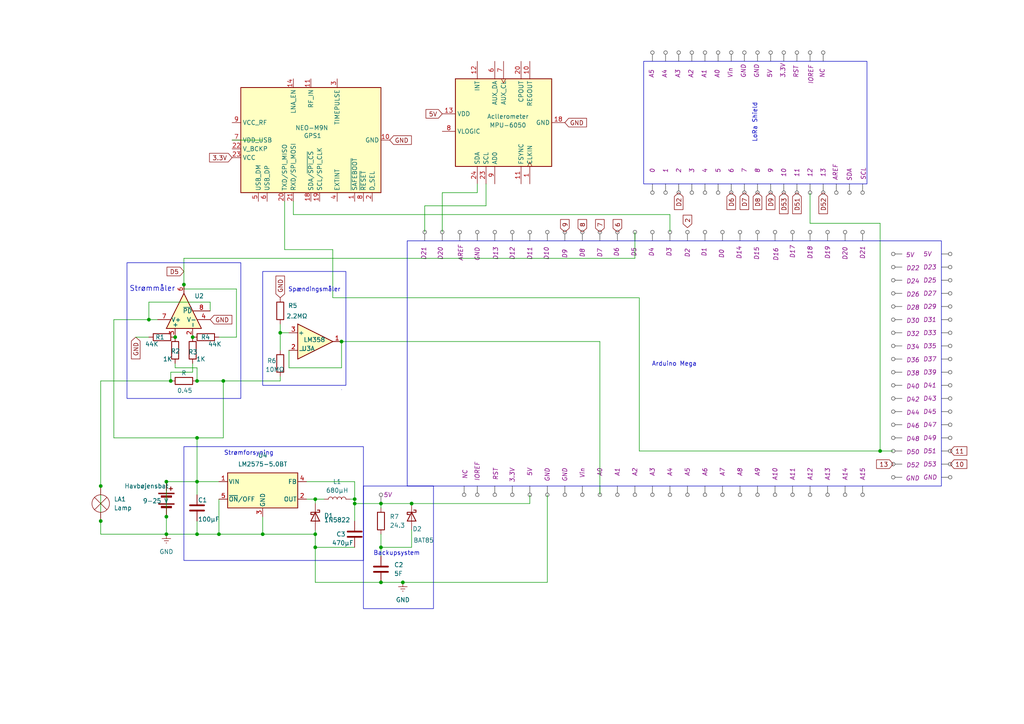
<source format=kicad_sch>
(kicad_sch
	(version 20231120)
	(generator "eeschema")
	(generator_version "8.0")
	(uuid "efcf3cf5-7a1f-47ee-93b8-ef7cd0d83a7c")
	(paper "A4")
	(lib_symbols
		(symbol "ADA4898-1YRDZ_1"
			(pin_names
				(offset 0.127)
			)
			(exclude_from_sim no)
			(in_bom yes)
			(on_board yes)
			(property "Reference" "U"
				(at 3.81 3.81 0)
				(effects
					(font
						(size 1.27 1.27)
					)
				)
			)
			(property "Value" "ADA4898-1YRDZ"
				(at 11.43 -2.54 0)
				(effects
					(font
						(size 1.27 1.27)
					)
				)
			)
			(property "Footprint" "Package_SO:SOIC-8-1EP_3.9x4.9mm_P1.27mm_EP2.29x3mm"
				(at 0 -15.24 0)
				(effects
					(font
						(size 1.27 1.27)
					)
					(hide yes)
				)
			)
			(property "Datasheet" "https://www.analog.com/media/en/technical-documentation/data-sheets/ada4898-1_4898-2.pdf"
				(at 0 0 0)
				(effects
					(font
						(size 1.27 1.27)
					)
					(hide yes)
				)
			)
			(property "Description" "High Voltage, Low Noise, Low Distortion, Unity-Gain Stable, High Speed Op Amp, SOIC-8"
				(at 0 0 0)
				(effects
					(font
						(size 1.27 1.27)
					)
					(hide yes)
				)
			)
			(property "ki_keywords" "opamp single low noise low distortion"
				(at 0 0 0)
				(effects
					(font
						(size 1.27 1.27)
					)
					(hide yes)
				)
			)
			(property "ki_fp_filters" "SOIC*1EP*3.9x4.9mm*P1.27mm*"
				(at 0 0 0)
				(effects
					(font
						(size 1.27 1.27)
					)
					(hide yes)
				)
			)
			(symbol "ADA4898-1YRDZ_1_1_1"
				(polyline
					(pts
						(xy -5.08 5.08) (xy 5.08 0) (xy -5.08 -5.08) (xy -5.08 5.08)
					)
					(stroke
						(width 0.254)
						(type default)
					)
					(fill
						(type background)
					)
				)
				(pin input line
					(at -7.62 -2.54 0)
					(length 2.54)
					(name "-"
						(effects
							(font
								(size 1.27 1.27)
							)
						)
					)
					(number "2"
						(effects
							(font
								(size 1.27 1.27)
							)
						)
					)
				)
				(pin input line
					(at -7.62 2.54 0)
					(length 2.54)
					(name "+"
						(effects
							(font
								(size 1.27 1.27)
							)
						)
					)
					(number "3"
						(effects
							(font
								(size 1.27 1.27)
							)
						)
					)
				)
				(pin power_in line
					(at -2.54 -7.62 90)
					(length 3.81)
					(name "V-"
						(effects
							(font
								(size 1.27 1.27)
							)
						)
					)
					(number "4"
						(effects
							(font
								(size 1.27 1.27)
							)
						)
					)
				)
				(pin output line
					(at 7.62 0 180)
					(length 2.54)
					(name "~"
						(effects
							(font
								(size 1.27 1.27)
							)
						)
					)
					(number "6"
						(effects
							(font
								(size 1.27 1.27)
							)
						)
					)
				)
				(pin power_in line
					(at -2.54 7.62 270)
					(length 3.81)
					(name "V+"
						(effects
							(font
								(size 1.27 1.27)
							)
						)
					)
					(number "7"
						(effects
							(font
								(size 1.27 1.27)
							)
						)
					)
				)
				(pin input line
					(at 0 -7.62 90)
					(length 5.08)
					(name "~{PD}"
						(effects
							(font
								(size 1.27 1.27)
							)
						)
					)
					(number "8"
						(effects
							(font
								(size 1.27 1.27)
							)
						)
					)
				)
			)
		)
		(symbol "Amplifier_Operational:LM358"
			(pin_names
				(offset 0.127)
			)
			(exclude_from_sim no)
			(in_bom yes)
			(on_board yes)
			(property "Reference" "U"
				(at 0 5.08 0)
				(effects
					(font
						(size 1.27 1.27)
					)
					(justify left)
				)
			)
			(property "Value" "LM358"
				(at 0 -5.08 0)
				(effects
					(font
						(size 1.27 1.27)
					)
					(justify left)
				)
			)
			(property "Footprint" ""
				(at 0 0 0)
				(effects
					(font
						(size 1.27 1.27)
					)
					(hide yes)
				)
			)
			(property "Datasheet" "http://www.ti.com/lit/ds/symlink/lm2904-n.pdf"
				(at 0 0 0)
				(effects
					(font
						(size 1.27 1.27)
					)
					(hide yes)
				)
			)
			(property "Description" "Low-Power, Dual Operational Amplifiers, DIP-8/SOIC-8/TO-99-8"
				(at 0 0 0)
				(effects
					(font
						(size 1.27 1.27)
					)
					(hide yes)
				)
			)
			(property "ki_locked" ""
				(at 0 0 0)
				(effects
					(font
						(size 1.27 1.27)
					)
				)
			)
			(property "ki_keywords" "dual opamp"
				(at 0 0 0)
				(effects
					(font
						(size 1.27 1.27)
					)
					(hide yes)
				)
			)
			(property "ki_fp_filters" "SOIC*3.9x4.9mm*P1.27mm* DIP*W7.62mm* TO*99* OnSemi*Micro8* TSSOP*3x3mm*P0.65mm* TSSOP*4.4x3mm*P0.65mm* MSOP*3x3mm*P0.65mm* SSOP*3.9x4.9mm*P0.635mm* LFCSP*2x2mm*P0.5mm* *SIP* SOIC*5.3x6.2mm*P1.27mm*"
				(at 0 0 0)
				(effects
					(font
						(size 1.27 1.27)
					)
					(hide yes)
				)
			)
			(symbol "LM358_1_1"
				(polyline
					(pts
						(xy -5.08 5.08) (xy 5.08 0) (xy -5.08 -5.08) (xy -5.08 5.08)
					)
					(stroke
						(width 0.254)
						(type default)
					)
					(fill
						(type background)
					)
				)
				(pin output line
					(at 7.62 0 180)
					(length 2.54)
					(name "~"
						(effects
							(font
								(size 1.27 1.27)
							)
						)
					)
					(number "1"
						(effects
							(font
								(size 1.27 1.27)
							)
						)
					)
				)
				(pin input line
					(at -7.62 -2.54 0)
					(length 2.54)
					(name "-"
						(effects
							(font
								(size 1.27 1.27)
							)
						)
					)
					(number "2"
						(effects
							(font
								(size 1.27 1.27)
							)
						)
					)
				)
				(pin input line
					(at -7.62 2.54 0)
					(length 2.54)
					(name "+"
						(effects
							(font
								(size 1.27 1.27)
							)
						)
					)
					(number "3"
						(effects
							(font
								(size 1.27 1.27)
							)
						)
					)
				)
			)
			(symbol "LM358_2_1"
				(polyline
					(pts
						(xy -5.08 5.08) (xy 5.08 0) (xy -5.08 -5.08) (xy -5.08 5.08)
					)
					(stroke
						(width 0.254)
						(type default)
					)
					(fill
						(type background)
					)
				)
				(pin input line
					(at -7.62 2.54 0)
					(length 2.54)
					(name "+"
						(effects
							(font
								(size 1.27 1.27)
							)
						)
					)
					(number "5"
						(effects
							(font
								(size 1.27 1.27)
							)
						)
					)
				)
				(pin input line
					(at -7.62 -2.54 0)
					(length 2.54)
					(name "-"
						(effects
							(font
								(size 1.27 1.27)
							)
						)
					)
					(number "6"
						(effects
							(font
								(size 1.27 1.27)
							)
						)
					)
				)
				(pin output line
					(at 7.62 0 180)
					(length 2.54)
					(name "~"
						(effects
							(font
								(size 1.27 1.27)
							)
						)
					)
					(number "7"
						(effects
							(font
								(size 1.27 1.27)
							)
						)
					)
				)
			)
			(symbol "LM358_3_1"
				(pin power_in line
					(at -2.54 -7.62 90)
					(length 3.81)
					(name "V-"
						(effects
							(font
								(size 1.27 1.27)
							)
						)
					)
					(number "4"
						(effects
							(font
								(size 1.27 1.27)
							)
						)
					)
				)
				(pin power_in line
					(at -2.54 7.62 270)
					(length 3.81)
					(name "V+"
						(effects
							(font
								(size 1.27 1.27)
							)
						)
					)
					(number "8"
						(effects
							(font
								(size 1.27 1.27)
							)
						)
					)
				)
			)
		)
		(symbol "Device:Battery"
			(pin_numbers hide)
			(pin_names
				(offset 0) hide)
			(exclude_from_sim no)
			(in_bom yes)
			(on_board yes)
			(property "Reference" "BT"
				(at 2.54 2.54 0)
				(effects
					(font
						(size 1.27 1.27)
					)
					(justify left)
				)
			)
			(property "Value" "Battery"
				(at 2.54 0 0)
				(effects
					(font
						(size 1.27 1.27)
					)
					(justify left)
				)
			)
			(property "Footprint" ""
				(at 0 1.524 90)
				(effects
					(font
						(size 1.27 1.27)
					)
					(hide yes)
				)
			)
			(property "Datasheet" "~"
				(at 0 1.524 90)
				(effects
					(font
						(size 1.27 1.27)
					)
					(hide yes)
				)
			)
			(property "Description" "Multiple-cell battery"
				(at 0 0 0)
				(effects
					(font
						(size 1.27 1.27)
					)
					(hide yes)
				)
			)
			(property "ki_keywords" "batt voltage-source cell"
				(at 0 0 0)
				(effects
					(font
						(size 1.27 1.27)
					)
					(hide yes)
				)
			)
			(symbol "Battery_0_1"
				(rectangle
					(start -2.286 -1.27)
					(end 2.286 -1.524)
					(stroke
						(width 0)
						(type default)
					)
					(fill
						(type outline)
					)
				)
				(rectangle
					(start -2.286 1.778)
					(end 2.286 1.524)
					(stroke
						(width 0)
						(type default)
					)
					(fill
						(type outline)
					)
				)
				(rectangle
					(start -1.524 -2.032)
					(end 1.524 -2.54)
					(stroke
						(width 0)
						(type default)
					)
					(fill
						(type outline)
					)
				)
				(rectangle
					(start -1.524 1.016)
					(end 1.524 0.508)
					(stroke
						(width 0)
						(type default)
					)
					(fill
						(type outline)
					)
				)
				(polyline
					(pts
						(xy 0 -1.016) (xy 0 -0.762)
					)
					(stroke
						(width 0)
						(type default)
					)
					(fill
						(type none)
					)
				)
				(polyline
					(pts
						(xy 0 -0.508) (xy 0 -0.254)
					)
					(stroke
						(width 0)
						(type default)
					)
					(fill
						(type none)
					)
				)
				(polyline
					(pts
						(xy 0 0) (xy 0 0.254)
					)
					(stroke
						(width 0)
						(type default)
					)
					(fill
						(type none)
					)
				)
				(polyline
					(pts
						(xy 0 1.778) (xy 0 2.54)
					)
					(stroke
						(width 0)
						(type default)
					)
					(fill
						(type none)
					)
				)
				(polyline
					(pts
						(xy 0.762 3.048) (xy 1.778 3.048)
					)
					(stroke
						(width 0.254)
						(type default)
					)
					(fill
						(type none)
					)
				)
				(polyline
					(pts
						(xy 1.27 3.556) (xy 1.27 2.54)
					)
					(stroke
						(width 0.254)
						(type default)
					)
					(fill
						(type none)
					)
				)
			)
			(symbol "Battery_1_1"
				(pin passive line
					(at 0 5.08 270)
					(length 2.54)
					(name "+"
						(effects
							(font
								(size 1.27 1.27)
							)
						)
					)
					(number "1"
						(effects
							(font
								(size 1.27 1.27)
							)
						)
					)
				)
				(pin passive line
					(at 0 -5.08 90)
					(length 2.54)
					(name "-"
						(effects
							(font
								(size 1.27 1.27)
							)
						)
					)
					(number "2"
						(effects
							(font
								(size 1.27 1.27)
							)
						)
					)
				)
			)
		)
		(symbol "Device:C"
			(pin_numbers hide)
			(pin_names
				(offset 0.254)
			)
			(exclude_from_sim no)
			(in_bom yes)
			(on_board yes)
			(property "Reference" "C"
				(at 0.635 2.54 0)
				(effects
					(font
						(size 1.27 1.27)
					)
					(justify left)
				)
			)
			(property "Value" "C"
				(at 0.635 -2.54 0)
				(effects
					(font
						(size 1.27 1.27)
					)
					(justify left)
				)
			)
			(property "Footprint" ""
				(at 0.9652 -3.81 0)
				(effects
					(font
						(size 1.27 1.27)
					)
					(hide yes)
				)
			)
			(property "Datasheet" "~"
				(at 0 0 0)
				(effects
					(font
						(size 1.27 1.27)
					)
					(hide yes)
				)
			)
			(property "Description" "Unpolarized capacitor"
				(at 0 0 0)
				(effects
					(font
						(size 1.27 1.27)
					)
					(hide yes)
				)
			)
			(property "ki_keywords" "cap capacitor"
				(at 0 0 0)
				(effects
					(font
						(size 1.27 1.27)
					)
					(hide yes)
				)
			)
			(property "ki_fp_filters" "C_*"
				(at 0 0 0)
				(effects
					(font
						(size 1.27 1.27)
					)
					(hide yes)
				)
			)
			(symbol "C_0_1"
				(polyline
					(pts
						(xy -2.032 -0.762) (xy 2.032 -0.762)
					)
					(stroke
						(width 0.508)
						(type default)
					)
					(fill
						(type none)
					)
				)
				(polyline
					(pts
						(xy -2.032 0.762) (xy 2.032 0.762)
					)
					(stroke
						(width 0.508)
						(type default)
					)
					(fill
						(type none)
					)
				)
			)
			(symbol "C_1_1"
				(pin passive line
					(at 0 3.81 270)
					(length 2.794)
					(name "~"
						(effects
							(font
								(size 1.27 1.27)
							)
						)
					)
					(number "1"
						(effects
							(font
								(size 1.27 1.27)
							)
						)
					)
				)
				(pin passive line
					(at 0 -3.81 90)
					(length 2.794)
					(name "~"
						(effects
							(font
								(size 1.27 1.27)
							)
						)
					)
					(number "2"
						(effects
							(font
								(size 1.27 1.27)
							)
						)
					)
				)
			)
		)
		(symbol "Device:L"
			(pin_numbers hide)
			(pin_names
				(offset 1.016) hide)
			(exclude_from_sim no)
			(in_bom yes)
			(on_board yes)
			(property "Reference" "L"
				(at -1.27 0 90)
				(effects
					(font
						(size 1.27 1.27)
					)
				)
			)
			(property "Value" "L"
				(at 1.905 0 90)
				(effects
					(font
						(size 1.27 1.27)
					)
				)
			)
			(property "Footprint" ""
				(at 0 0 0)
				(effects
					(font
						(size 1.27 1.27)
					)
					(hide yes)
				)
			)
			(property "Datasheet" "~"
				(at 0 0 0)
				(effects
					(font
						(size 1.27 1.27)
					)
					(hide yes)
				)
			)
			(property "Description" "Inductor"
				(at 0 0 0)
				(effects
					(font
						(size 1.27 1.27)
					)
					(hide yes)
				)
			)
			(property "ki_keywords" "inductor choke coil reactor magnetic"
				(at 0 0 0)
				(effects
					(font
						(size 1.27 1.27)
					)
					(hide yes)
				)
			)
			(property "ki_fp_filters" "Choke_* *Coil* Inductor_* L_*"
				(at 0 0 0)
				(effects
					(font
						(size 1.27 1.27)
					)
					(hide yes)
				)
			)
			(symbol "L_0_1"
				(arc
					(start 0 -2.54)
					(mid 0.6323 -1.905)
					(end 0 -1.27)
					(stroke
						(width 0)
						(type default)
					)
					(fill
						(type none)
					)
				)
				(arc
					(start 0 -1.27)
					(mid 0.6323 -0.635)
					(end 0 0)
					(stroke
						(width 0)
						(type default)
					)
					(fill
						(type none)
					)
				)
				(arc
					(start 0 0)
					(mid 0.6323 0.635)
					(end 0 1.27)
					(stroke
						(width 0)
						(type default)
					)
					(fill
						(type none)
					)
				)
				(arc
					(start 0 1.27)
					(mid 0.6323 1.905)
					(end 0 2.54)
					(stroke
						(width 0)
						(type default)
					)
					(fill
						(type none)
					)
				)
			)
			(symbol "L_1_1"
				(pin passive line
					(at 0 3.81 270)
					(length 1.27)
					(name "1"
						(effects
							(font
								(size 1.27 1.27)
							)
						)
					)
					(number "1"
						(effects
							(font
								(size 1.27 1.27)
							)
						)
					)
				)
				(pin passive line
					(at 0 -3.81 90)
					(length 1.27)
					(name "2"
						(effects
							(font
								(size 1.27 1.27)
							)
						)
					)
					(number "2"
						(effects
							(font
								(size 1.27 1.27)
							)
						)
					)
				)
			)
		)
		(symbol "Device:Lamp"
			(pin_numbers hide)
			(pin_names
				(offset 0.0254) hide)
			(exclude_from_sim no)
			(in_bom yes)
			(on_board yes)
			(property "Reference" "LA"
				(at 0.635 3.81 0)
				(effects
					(font
						(size 1.27 1.27)
					)
					(justify left)
				)
			)
			(property "Value" "Lamp"
				(at 0.635 -3.81 0)
				(effects
					(font
						(size 1.27 1.27)
					)
					(justify left)
				)
			)
			(property "Footprint" ""
				(at 0 2.54 90)
				(effects
					(font
						(size 1.27 1.27)
					)
					(hide yes)
				)
			)
			(property "Datasheet" "~"
				(at 0 2.54 90)
				(effects
					(font
						(size 1.27 1.27)
					)
					(hide yes)
				)
			)
			(property "Description" "Lamp"
				(at 0 0 0)
				(effects
					(font
						(size 1.27 1.27)
					)
					(hide yes)
				)
			)
			(property "ki_keywords" "lamp"
				(at 0 0 0)
				(effects
					(font
						(size 1.27 1.27)
					)
					(hide yes)
				)
			)
			(symbol "Lamp_0_1"
				(polyline
					(pts
						(xy -1.778 1.778) (xy 1.778 -1.778)
					)
					(stroke
						(width 0)
						(type default)
					)
					(fill
						(type none)
					)
				)
				(polyline
					(pts
						(xy 1.778 1.778) (xy -1.778 -1.778)
					)
					(stroke
						(width 0)
						(type default)
					)
					(fill
						(type none)
					)
				)
				(circle
					(center 0 0)
					(radius 2.54)
					(stroke
						(width 0)
						(type default)
					)
					(fill
						(type none)
					)
				)
			)
			(symbol "Lamp_1_1"
				(pin passive line
					(at 0 -5.08 90)
					(length 2.54)
					(name "-"
						(effects
							(font
								(size 1.27 1.27)
							)
						)
					)
					(number "1"
						(effects
							(font
								(size 1.27 1.27)
							)
						)
					)
				)
				(pin passive line
					(at 0 5.08 270)
					(length 2.54)
					(name "+"
						(effects
							(font
								(size 1.27 1.27)
							)
						)
					)
					(number "2"
						(effects
							(font
								(size 1.27 1.27)
							)
						)
					)
				)
			)
		)
		(symbol "Device:R"
			(pin_numbers hide)
			(pin_names
				(offset 0)
			)
			(exclude_from_sim no)
			(in_bom yes)
			(on_board yes)
			(property "Reference" "R"
				(at 2.032 0 90)
				(effects
					(font
						(size 1.27 1.27)
					)
				)
			)
			(property "Value" "R"
				(at 0 0 90)
				(effects
					(font
						(size 1.27 1.27)
					)
				)
			)
			(property "Footprint" ""
				(at -1.778 0 90)
				(effects
					(font
						(size 1.27 1.27)
					)
					(hide yes)
				)
			)
			(property "Datasheet" "~"
				(at 0 0 0)
				(effects
					(font
						(size 1.27 1.27)
					)
					(hide yes)
				)
			)
			(property "Description" "Resistor"
				(at 0 0 0)
				(effects
					(font
						(size 1.27 1.27)
					)
					(hide yes)
				)
			)
			(property "ki_keywords" "R res resistor"
				(at 0 0 0)
				(effects
					(font
						(size 1.27 1.27)
					)
					(hide yes)
				)
			)
			(property "ki_fp_filters" "R_*"
				(at 0 0 0)
				(effects
					(font
						(size 1.27 1.27)
					)
					(hide yes)
				)
			)
			(symbol "R_0_1"
				(rectangle
					(start -1.016 -2.54)
					(end 1.016 2.54)
					(stroke
						(width 0.254)
						(type default)
					)
					(fill
						(type none)
					)
				)
			)
			(symbol "R_1_1"
				(pin passive line
					(at 0 3.81 270)
					(length 1.27)
					(name "~"
						(effects
							(font
								(size 1.27 1.27)
							)
						)
					)
					(number "1"
						(effects
							(font
								(size 1.27 1.27)
							)
						)
					)
				)
				(pin passive line
					(at 0 -3.81 90)
					(length 1.27)
					(name "~"
						(effects
							(font
								(size 1.27 1.27)
							)
						)
					)
					(number "2"
						(effects
							(font
								(size 1.27 1.27)
							)
						)
					)
				)
			)
		)
		(symbol "Diode:1N5822"
			(pin_numbers hide)
			(pin_names
				(offset 1.016) hide)
			(exclude_from_sim no)
			(in_bom yes)
			(on_board yes)
			(property "Reference" "D"
				(at 0 2.54 0)
				(effects
					(font
						(size 1.27 1.27)
					)
				)
			)
			(property "Value" "1N5822"
				(at 0 -2.54 0)
				(effects
					(font
						(size 1.27 1.27)
					)
				)
			)
			(property "Footprint" "Diode_THT:D_DO-201AD_P15.24mm_Horizontal"
				(at 0 -4.445 0)
				(effects
					(font
						(size 1.27 1.27)
					)
					(hide yes)
				)
			)
			(property "Datasheet" "http://www.vishay.com/docs/88526/1n5820.pdf"
				(at 0 0 0)
				(effects
					(font
						(size 1.27 1.27)
					)
					(hide yes)
				)
			)
			(property "Description" "40V 3A Schottky Barrier Rectifier Diode, DO-201AD"
				(at 0 0 0)
				(effects
					(font
						(size 1.27 1.27)
					)
					(hide yes)
				)
			)
			(property "ki_keywords" "diode Schottky"
				(at 0 0 0)
				(effects
					(font
						(size 1.27 1.27)
					)
					(hide yes)
				)
			)
			(property "ki_fp_filters" "D*DO?201AD*"
				(at 0 0 0)
				(effects
					(font
						(size 1.27 1.27)
					)
					(hide yes)
				)
			)
			(symbol "1N5822_0_1"
				(polyline
					(pts
						(xy 1.27 0) (xy -1.27 0)
					)
					(stroke
						(width 0)
						(type default)
					)
					(fill
						(type none)
					)
				)
				(polyline
					(pts
						(xy 1.27 1.27) (xy 1.27 -1.27) (xy -1.27 0) (xy 1.27 1.27)
					)
					(stroke
						(width 0.254)
						(type default)
					)
					(fill
						(type none)
					)
				)
				(polyline
					(pts
						(xy -1.905 0.635) (xy -1.905 1.27) (xy -1.27 1.27) (xy -1.27 -1.27) (xy -0.635 -1.27) (xy -0.635 -0.635)
					)
					(stroke
						(width 0.254)
						(type default)
					)
					(fill
						(type none)
					)
				)
			)
			(symbol "1N5822_1_1"
				(pin passive line
					(at -3.81 0 0)
					(length 2.54)
					(name "K"
						(effects
							(font
								(size 1.27 1.27)
							)
						)
					)
					(number "1"
						(effects
							(font
								(size 1.27 1.27)
							)
						)
					)
				)
				(pin passive line
					(at 3.81 0 180)
					(length 2.54)
					(name "A"
						(effects
							(font
								(size 1.27 1.27)
							)
						)
					)
					(number "2"
						(effects
							(font
								(size 1.27 1.27)
							)
						)
					)
				)
			)
		)
		(symbol "Diode:BAT85"
			(pin_numbers hide)
			(pin_names
				(offset 1.016) hide)
			(exclude_from_sim no)
			(in_bom yes)
			(on_board yes)
			(property "Reference" "D"
				(at 0 2.54 0)
				(effects
					(font
						(size 1.27 1.27)
					)
				)
			)
			(property "Value" "BAT85"
				(at 0 -2.54 0)
				(effects
					(font
						(size 1.27 1.27)
					)
				)
			)
			(property "Footprint" "Diode_THT:D_DO-35_SOD27_P7.62mm_Horizontal"
				(at 0 -4.445 0)
				(effects
					(font
						(size 1.27 1.27)
					)
					(hide yes)
				)
			)
			(property "Datasheet" "https://assets.nexperia.com/documents/data-sheet/BAT85.pdf"
				(at 0 0 0)
				(effects
					(font
						(size 1.27 1.27)
					)
					(hide yes)
				)
			)
			(property "Description" "30V 0.2A Schottky barrier single diode, DO-35"
				(at 0 0 0)
				(effects
					(font
						(size 1.27 1.27)
					)
					(hide yes)
				)
			)
			(property "ki_keywords" "diode Schottky"
				(at 0 0 0)
				(effects
					(font
						(size 1.27 1.27)
					)
					(hide yes)
				)
			)
			(property "ki_fp_filters" "D*DO?35*"
				(at 0 0 0)
				(effects
					(font
						(size 1.27 1.27)
					)
					(hide yes)
				)
			)
			(symbol "BAT85_0_1"
				(polyline
					(pts
						(xy 1.27 0) (xy -1.27 0)
					)
					(stroke
						(width 0)
						(type default)
					)
					(fill
						(type none)
					)
				)
				(polyline
					(pts
						(xy 1.27 1.27) (xy 1.27 -1.27) (xy -1.27 0) (xy 1.27 1.27)
					)
					(stroke
						(width 0.254)
						(type default)
					)
					(fill
						(type none)
					)
				)
				(polyline
					(pts
						(xy -1.905 0.635) (xy -1.905 1.27) (xy -1.27 1.27) (xy -1.27 -1.27) (xy -0.635 -1.27) (xy -0.635 -0.635)
					)
					(stroke
						(width 0.254)
						(type default)
					)
					(fill
						(type none)
					)
				)
			)
			(symbol "BAT85_1_1"
				(pin passive line
					(at -3.81 0 0)
					(length 2.54)
					(name "K"
						(effects
							(font
								(size 1.27 1.27)
							)
						)
					)
					(number "1"
						(effects
							(font
								(size 1.27 1.27)
							)
						)
					)
				)
				(pin passive line
					(at 3.81 0 180)
					(length 2.54)
					(name "A"
						(effects
							(font
								(size 1.27 1.27)
							)
						)
					)
					(number "2"
						(effects
							(font
								(size 1.27 1.27)
							)
						)
					)
				)
			)
		)
		(symbol "RF_GPS:NEO-M9N"
			(exclude_from_sim no)
			(in_bom yes)
			(on_board yes)
			(property "Reference" "U"
				(at -13.97 21.59 0)
				(effects
					(font
						(size 1.27 1.27)
					)
				)
			)
			(property "Value" "NEO-M9N"
				(at 11.43 21.59 0)
				(effects
					(font
						(size 1.27 1.27)
					)
				)
			)
			(property "Footprint" "RF_GPS:ublox_NEO"
				(at 10.16 -21.59 0)
				(effects
					(font
						(size 1.27 1.27)
					)
					(hide yes)
				)
			)
			(property "Datasheet" "https://www.u-blox.com/sites/default/files/NEO-M9N-00B_DataSheet_UBX-19014285.pdf"
				(at 0 0 0)
				(effects
					(font
						(size 1.27 1.27)
					)
					(hide yes)
				)
			)
			(property "Description" "GNSS Module NEO M8, VCC 2.7V to 3.6V"
				(at 0 0 0)
				(effects
					(font
						(size 1.27 1.27)
					)
					(hide yes)
				)
			)
			(property "ki_keywords" "ublox GPS GNSS module"
				(at 0 0 0)
				(effects
					(font
						(size 1.27 1.27)
					)
					(hide yes)
				)
			)
			(property "ki_fp_filters" "ublox*NEO*"
				(at 0 0 0)
				(effects
					(font
						(size 1.27 1.27)
					)
					(hide yes)
				)
			)
			(symbol "NEO-M9N_0_1"
				(rectangle
					(start -15.24 20.32)
					(end 15.24 -20.32)
					(stroke
						(width 0.254)
						(type default)
					)
					(fill
						(type background)
					)
				)
			)
			(symbol "NEO-M9N_1_1"
				(pin input line
					(at -17.78 -12.7 0)
					(length 2.54)
					(name "~{SAFEBOOT}"
						(effects
							(font
								(size 1.27 1.27)
							)
						)
					)
					(number "1"
						(effects
							(font
								(size 1.27 1.27)
							)
						)
					)
				)
				(pin power_in line
					(at 0 -22.86 90)
					(length 2.54)
					(name "GND"
						(effects
							(font
								(size 1.27 1.27)
							)
						)
					)
					(number "10"
						(effects
							(font
								(size 1.27 1.27)
							)
						)
					)
				)
				(pin input line
					(at 17.78 0 180)
					(length 2.54)
					(name "RF_IN"
						(effects
							(font
								(size 1.27 1.27)
							)
						)
					)
					(number "11"
						(effects
							(font
								(size 1.27 1.27)
							)
						)
					)
				)
				(pin passive line
					(at 0 -22.86 90)
					(length 2.54) hide
					(name "GND"
						(effects
							(font
								(size 1.27 1.27)
							)
						)
					)
					(number "12"
						(effects
							(font
								(size 1.27 1.27)
							)
						)
					)
				)
				(pin passive line
					(at 0 -22.86 90)
					(length 2.54) hide
					(name "GND"
						(effects
							(font
								(size 1.27 1.27)
							)
						)
					)
					(number "13"
						(effects
							(font
								(size 1.27 1.27)
							)
						)
					)
				)
				(pin output line
					(at 17.78 5.08 180)
					(length 2.54)
					(name "LNA_EN"
						(effects
							(font
								(size 1.27 1.27)
							)
						)
					)
					(number "14"
						(effects
							(font
								(size 1.27 1.27)
							)
						)
					)
				)
				(pin no_connect line
					(at 15.24 -10.16 180)
					(length 2.54) hide
					(name "RESERVED"
						(effects
							(font
								(size 1.27 1.27)
							)
						)
					)
					(number "15"
						(effects
							(font
								(size 1.27 1.27)
							)
						)
					)
				)
				(pin no_connect line
					(at 15.24 -12.7 180)
					(length 2.54) hide
					(name "RESERVED"
						(effects
							(font
								(size 1.27 1.27)
							)
						)
					)
					(number "16"
						(effects
							(font
								(size 1.27 1.27)
							)
						)
					)
				)
				(pin no_connect line
					(at 15.24 -15.24 180)
					(length 2.54) hide
					(name "RESERVED"
						(effects
							(font
								(size 1.27 1.27)
							)
						)
					)
					(number "17"
						(effects
							(font
								(size 1.27 1.27)
							)
						)
					)
				)
				(pin bidirectional line
					(at -17.78 0 0)
					(length 2.54)
					(name "SDA/~{SPI_CS}"
						(effects
							(font
								(size 1.27 1.27)
							)
						)
					)
					(number "18"
						(effects
							(font
								(size 1.27 1.27)
							)
						)
					)
				)
				(pin input line
					(at -17.78 -2.54 0)
					(length 2.54)
					(name "SCL/SPI_CLK"
						(effects
							(font
								(size 1.27 1.27)
							)
						)
					)
					(number "19"
						(effects
							(font
								(size 1.27 1.27)
							)
						)
					)
				)
				(pin input line
					(at -17.78 -17.78 0)
					(length 2.54)
					(name "D_SEL"
						(effects
							(font
								(size 1.27 1.27)
							)
						)
					)
					(number "2"
						(effects
							(font
								(size 1.27 1.27)
							)
						)
					)
				)
				(pin output line
					(at -17.78 7.62 0)
					(length 2.54)
					(name "TXD/SPI_MISO"
						(effects
							(font
								(size 1.27 1.27)
							)
						)
					)
					(number "20"
						(effects
							(font
								(size 1.27 1.27)
							)
						)
					)
				)
				(pin input line
					(at -17.78 5.08 0)
					(length 2.54)
					(name "RXD/SPI_MOSI"
						(effects
							(font
								(size 1.27 1.27)
							)
						)
					)
					(number "21"
						(effects
							(font
								(size 1.27 1.27)
							)
						)
					)
				)
				(pin power_in line
					(at -2.54 22.86 270)
					(length 2.54)
					(name "V_BCKP"
						(effects
							(font
								(size 1.27 1.27)
							)
						)
					)
					(number "22"
						(effects
							(font
								(size 1.27 1.27)
							)
						)
					)
				)
				(pin power_in line
					(at -5.08 22.86 270)
					(length 2.54)
					(name "VCC"
						(effects
							(font
								(size 1.27 1.27)
							)
						)
					)
					(number "23"
						(effects
							(font
								(size 1.27 1.27)
							)
						)
					)
				)
				(pin passive line
					(at 0 -22.86 90)
					(length 2.54) hide
					(name "GND"
						(effects
							(font
								(size 1.27 1.27)
							)
						)
					)
					(number "24"
						(effects
							(font
								(size 1.27 1.27)
							)
						)
					)
				)
				(pin output line
					(at 17.78 -7.62 180)
					(length 2.54)
					(name "TIMEPULSE"
						(effects
							(font
								(size 1.27 1.27)
							)
						)
					)
					(number "3"
						(effects
							(font
								(size 1.27 1.27)
							)
						)
					)
				)
				(pin input line
					(at -17.78 -7.62 0)
					(length 2.54)
					(name "EXTINT"
						(effects
							(font
								(size 1.27 1.27)
							)
						)
					)
					(number "4"
						(effects
							(font
								(size 1.27 1.27)
							)
						)
					)
				)
				(pin bidirectional line
					(at -17.78 15.24 0)
					(length 2.54)
					(name "USB_DM"
						(effects
							(font
								(size 1.27 1.27)
							)
						)
					)
					(number "5"
						(effects
							(font
								(size 1.27 1.27)
							)
						)
					)
				)
				(pin bidirectional line
					(at -17.78 12.7 0)
					(length 2.54)
					(name "USB_DP"
						(effects
							(font
								(size 1.27 1.27)
							)
						)
					)
					(number "6"
						(effects
							(font
								(size 1.27 1.27)
							)
						)
					)
				)
				(pin power_in line
					(at 0 22.86 270)
					(length 2.54)
					(name "VDD_USB"
						(effects
							(font
								(size 1.27 1.27)
							)
						)
					)
					(number "7"
						(effects
							(font
								(size 1.27 1.27)
							)
						)
					)
				)
				(pin input line
					(at -17.78 -15.24 0)
					(length 2.54)
					(name "~{RESET}"
						(effects
							(font
								(size 1.27 1.27)
							)
						)
					)
					(number "8"
						(effects
							(font
								(size 1.27 1.27)
							)
						)
					)
				)
				(pin power_out line
					(at 5.08 22.86 270)
					(length 2.54)
					(name "VCC_RF"
						(effects
							(font
								(size 1.27 1.27)
							)
						)
					)
					(number "9"
						(effects
							(font
								(size 1.27 1.27)
							)
						)
					)
				)
			)
		)
		(symbol "Regulator_Switching:LM2575-5.0BT"
			(pin_names
				(offset 0.254)
			)
			(exclude_from_sim no)
			(in_bom yes)
			(on_board yes)
			(property "Reference" "U"
				(at -10.16 6.35 0)
				(effects
					(font
						(size 1.27 1.27)
					)
					(justify left)
				)
			)
			(property "Value" "LM2575-5.0BT"
				(at 0 6.35 0)
				(effects
					(font
						(size 1.27 1.27)
					)
					(justify left)
				)
			)
			(property "Footprint" "Package_TO_SOT_THT:TO-220-5_Vertical"
				(at 0 -6.35 0)
				(effects
					(font
						(size 1.27 1.27)
						(italic yes)
					)
					(justify left)
					(hide yes)
				)
			)
			(property "Datasheet" "http://ww1.microchip.com/downloads/en/DeviceDoc/lm2575.pdf"
				(at 0 0 0)
				(effects
					(font
						(size 1.27 1.27)
					)
					(hide yes)
				)
			)
			(property "Description" "Fixed 5.0V 52kHz Simple 1A Buck Regulator, TO-220-5"
				(at 0 0 0)
				(effects
					(font
						(size 1.27 1.27)
					)
					(hide yes)
				)
			)
			(property "ki_keywords" "Buck regulator Switcher"
				(at 0 0 0)
				(effects
					(font
						(size 1.27 1.27)
					)
					(hide yes)
				)
			)
			(property "ki_fp_filters" "TO?220*"
				(at 0 0 0)
				(effects
					(font
						(size 1.27 1.27)
					)
					(hide yes)
				)
			)
			(symbol "LM2575-5.0BT_0_1"
				(rectangle
					(start -10.16 5.08)
					(end 10.16 -5.08)
					(stroke
						(width 0.254)
						(type default)
					)
					(fill
						(type background)
					)
				)
			)
			(symbol "LM2575-5.0BT_1_1"
				(pin power_in line
					(at -12.7 2.54 0)
					(length 2.54)
					(name "VIN"
						(effects
							(font
								(size 1.27 1.27)
							)
						)
					)
					(number "1"
						(effects
							(font
								(size 1.27 1.27)
							)
						)
					)
				)
				(pin output line
					(at 12.7 -2.54 180)
					(length 2.54)
					(name "OUT"
						(effects
							(font
								(size 1.27 1.27)
							)
						)
					)
					(number "2"
						(effects
							(font
								(size 1.27 1.27)
							)
						)
					)
				)
				(pin power_in line
					(at 0 -7.62 90)
					(length 2.54)
					(name "GND"
						(effects
							(font
								(size 1.27 1.27)
							)
						)
					)
					(number "3"
						(effects
							(font
								(size 1.27 1.27)
							)
						)
					)
				)
				(pin input line
					(at 12.7 2.54 180)
					(length 2.54)
					(name "FB"
						(effects
							(font
								(size 1.27 1.27)
							)
						)
					)
					(number "4"
						(effects
							(font
								(size 1.27 1.27)
							)
						)
					)
				)
				(pin input line
					(at -12.7 -2.54 0)
					(length 2.54)
					(name "~{ON}/OFF"
						(effects
							(font
								(size 1.27 1.27)
							)
						)
					)
					(number "5"
						(effects
							(font
								(size 1.27 1.27)
							)
						)
					)
				)
			)
		)
		(symbol "Sensor_Motion:MPU-6050"
			(exclude_from_sim no)
			(in_bom yes)
			(on_board yes)
			(property "Reference" "U"
				(at -11.43 13.97 0)
				(effects
					(font
						(size 1.27 1.27)
					)
				)
			)
			(property "Value" "MPU-6050"
				(at 7.62 -15.24 0)
				(effects
					(font
						(size 1.27 1.27)
					)
				)
			)
			(property "Footprint" "Sensor_Motion:InvenSense_QFN-24_4x4mm_P0.5mm"
				(at 0 -20.32 0)
				(effects
					(font
						(size 1.27 1.27)
					)
					(hide yes)
				)
			)
			(property "Datasheet" "https://invensense.tdk.com/wp-content/uploads/2015/02/MPU-6000-Datasheet1.pdf"
				(at 0 -3.81 0)
				(effects
					(font
						(size 1.27 1.27)
					)
					(hide yes)
				)
			)
			(property "Description" "InvenSense 6-Axis Motion Sensor, Gyroscope, Accelerometer, I2C"
				(at 0 0 0)
				(effects
					(font
						(size 1.27 1.27)
					)
					(hide yes)
				)
			)
			(property "ki_keywords" "mems"
				(at 0 0 0)
				(effects
					(font
						(size 1.27 1.27)
					)
					(hide yes)
				)
			)
			(property "ki_fp_filters" "*QFN*4x4mm*P0.5mm*"
				(at 0 0 0)
				(effects
					(font
						(size 1.27 1.27)
					)
					(hide yes)
				)
			)
			(symbol "MPU-6050_0_0"
				(text ""
					(at 12.7 -2.54 0)
					(effects
						(font
							(size 1.27 1.27)
						)
					)
				)
			)
			(symbol "MPU-6050_0_1"
				(rectangle
					(start -12.7 13.97)
					(end 12.7 -13.97)
					(stroke
						(width 0.254)
						(type default)
					)
					(fill
						(type background)
					)
				)
			)
			(symbol "MPU-6050_1_1"
				(pin input clock
					(at -17.78 -7.62 0)
					(length 5.08)
					(name "CLKIN"
						(effects
							(font
								(size 1.27 1.27)
							)
						)
					)
					(number "1"
						(effects
							(font
								(size 1.27 1.27)
							)
						)
					)
				)
				(pin passive line
					(at 17.78 -7.62 180)
					(length 5.08)
					(name "REGOUT"
						(effects
							(font
								(size 1.27 1.27)
							)
						)
					)
					(number "10"
						(effects
							(font
								(size 1.27 1.27)
							)
						)
					)
				)
				(pin input line
					(at -17.78 -5.08 0)
					(length 5.08)
					(name "FSYNC"
						(effects
							(font
								(size 1.27 1.27)
							)
						)
					)
					(number "11"
						(effects
							(font
								(size 1.27 1.27)
							)
						)
					)
				)
				(pin output line
					(at 17.78 7.62 180)
					(length 5.08)
					(name "INT"
						(effects
							(font
								(size 1.27 1.27)
							)
						)
					)
					(number "12"
						(effects
							(font
								(size 1.27 1.27)
							)
						)
					)
				)
				(pin power_in line
					(at 2.54 17.78 270)
					(length 3.81)
					(name "VDD"
						(effects
							(font
								(size 1.27 1.27)
							)
						)
					)
					(number "13"
						(effects
							(font
								(size 1.27 1.27)
							)
						)
					)
				)
				(pin no_connect line
					(at -12.7 -10.16 0)
					(length 2.54) hide
					(name "NC"
						(effects
							(font
								(size 1.27 1.27)
							)
						)
					)
					(number "14"
						(effects
							(font
								(size 1.27 1.27)
							)
						)
					)
				)
				(pin no_connect line
					(at 12.7 12.7 180)
					(length 2.54) hide
					(name "NC"
						(effects
							(font
								(size 1.27 1.27)
							)
						)
					)
					(number "15"
						(effects
							(font
								(size 1.27 1.27)
							)
						)
					)
				)
				(pin no_connect line
					(at 12.7 10.16 180)
					(length 2.54) hide
					(name "NC"
						(effects
							(font
								(size 1.27 1.27)
							)
						)
					)
					(number "16"
						(effects
							(font
								(size 1.27 1.27)
							)
						)
					)
				)
				(pin no_connect line
					(at 12.7 5.08 180)
					(length 2.54) hide
					(name "NC"
						(effects
							(font
								(size 1.27 1.27)
							)
						)
					)
					(number "17"
						(effects
							(font
								(size 1.27 1.27)
							)
						)
					)
				)
				(pin power_in line
					(at 0 -17.78 90)
					(length 3.81)
					(name "GND"
						(effects
							(font
								(size 1.27 1.27)
							)
						)
					)
					(number "18"
						(effects
							(font
								(size 1.27 1.27)
							)
						)
					)
				)
				(pin no_connect line
					(at 12.7 -10.16 180)
					(length 2.54) hide
					(name "RESV"
						(effects
							(font
								(size 1.27 1.27)
							)
						)
					)
					(number "19"
						(effects
							(font
								(size 1.27 1.27)
							)
						)
					)
				)
				(pin no_connect line
					(at -12.7 12.7 0)
					(length 2.54) hide
					(name "NC"
						(effects
							(font
								(size 1.27 1.27)
							)
						)
					)
					(number "2"
						(effects
							(font
								(size 1.27 1.27)
							)
						)
					)
				)
				(pin passive line
					(at 17.78 -5.08 180)
					(length 5.08)
					(name "CPOUT"
						(effects
							(font
								(size 1.27 1.27)
							)
						)
					)
					(number "20"
						(effects
							(font
								(size 1.27 1.27)
							)
						)
					)
				)
				(pin no_connect line
					(at 12.7 -2.54 180)
					(length 2.54) hide
					(name "RESV"
						(effects
							(font
								(size 1.27 1.27)
							)
						)
					)
					(number "21"
						(effects
							(font
								(size 1.27 1.27)
							)
						)
					)
				)
				(pin no_connect line
					(at 12.7 -12.7 180)
					(length 2.54) hide
					(name "RESV"
						(effects
							(font
								(size 1.27 1.27)
							)
						)
					)
					(number "22"
						(effects
							(font
								(size 1.27 1.27)
							)
						)
					)
				)
				(pin input line
					(at -17.78 5.08 0)
					(length 5.08)
					(name "SCL"
						(effects
							(font
								(size 1.27 1.27)
							)
						)
					)
					(number "23"
						(effects
							(font
								(size 1.27 1.27)
							)
						)
					)
				)
				(pin bidirectional line
					(at -17.78 7.62 0)
					(length 5.08)
					(name "SDA"
						(effects
							(font
								(size 1.27 1.27)
							)
						)
					)
					(number "24"
						(effects
							(font
								(size 1.27 1.27)
							)
						)
					)
				)
				(pin no_connect line
					(at -12.7 10.16 0)
					(length 2.54) hide
					(name "NC"
						(effects
							(font
								(size 1.27 1.27)
							)
						)
					)
					(number "3"
						(effects
							(font
								(size 1.27 1.27)
							)
						)
					)
				)
				(pin no_connect line
					(at -12.7 0 0)
					(length 2.54) hide
					(name "NC"
						(effects
							(font
								(size 1.27 1.27)
							)
						)
					)
					(number "4"
						(effects
							(font
								(size 1.27 1.27)
							)
						)
					)
				)
				(pin no_connect line
					(at -12.7 -2.54 0)
					(length 2.54) hide
					(name "NC"
						(effects
							(font
								(size 1.27 1.27)
							)
						)
					)
					(number "5"
						(effects
							(font
								(size 1.27 1.27)
							)
						)
					)
				)
				(pin bidirectional line
					(at 17.78 2.54 180)
					(length 5.08)
					(name "AUX_DA"
						(effects
							(font
								(size 1.27 1.27)
							)
						)
					)
					(number "6"
						(effects
							(font
								(size 1.27 1.27)
							)
						)
					)
				)
				(pin output clock
					(at 17.78 0 180)
					(length 5.08)
					(name "AUX_CL"
						(effects
							(font
								(size 1.27 1.27)
							)
						)
					)
					(number "7"
						(effects
							(font
								(size 1.27 1.27)
							)
						)
					)
				)
				(pin power_in line
					(at -2.54 17.78 270)
					(length 3.81)
					(name "VLOGIC"
						(effects
							(font
								(size 1.27 1.27)
							)
						)
					)
					(number "8"
						(effects
							(font
								(size 1.27 1.27)
							)
						)
					)
				)
				(pin input line
					(at -17.78 2.54 0)
					(length 5.08)
					(name "AD0"
						(effects
							(font
								(size 1.27 1.27)
							)
						)
					)
					(number "9"
						(effects
							(font
								(size 1.27 1.27)
							)
						)
					)
				)
			)
		)
		(symbol "power:Earth"
			(power)
			(pin_numbers hide)
			(pin_names
				(offset 0) hide)
			(exclude_from_sim no)
			(in_bom yes)
			(on_board yes)
			(property "Reference" "#PWR"
				(at 0 -6.35 0)
				(effects
					(font
						(size 1.27 1.27)
					)
					(hide yes)
				)
			)
			(property "Value" "Earth"
				(at 0 -3.81 0)
				(effects
					(font
						(size 1.27 1.27)
					)
				)
			)
			(property "Footprint" ""
				(at 0 0 0)
				(effects
					(font
						(size 1.27 1.27)
					)
					(hide yes)
				)
			)
			(property "Datasheet" "~"
				(at 0 0 0)
				(effects
					(font
						(size 1.27 1.27)
					)
					(hide yes)
				)
			)
			(property "Description" "Power symbol creates a global label with name \"Earth\""
				(at 0 0 0)
				(effects
					(font
						(size 1.27 1.27)
					)
					(hide yes)
				)
			)
			(property "ki_keywords" "global ground gnd"
				(at 0 0 0)
				(effects
					(font
						(size 1.27 1.27)
					)
					(hide yes)
				)
			)
			(symbol "Earth_0_1"
				(polyline
					(pts
						(xy -0.635 -1.905) (xy 0.635 -1.905)
					)
					(stroke
						(width 0)
						(type default)
					)
					(fill
						(type none)
					)
				)
				(polyline
					(pts
						(xy -0.127 -2.54) (xy 0.127 -2.54)
					)
					(stroke
						(width 0)
						(type default)
					)
					(fill
						(type none)
					)
				)
				(polyline
					(pts
						(xy 0 -1.27) (xy 0 0)
					)
					(stroke
						(width 0)
						(type default)
					)
					(fill
						(type none)
					)
				)
				(polyline
					(pts
						(xy 1.27 -1.27) (xy -1.27 -1.27)
					)
					(stroke
						(width 0)
						(type default)
					)
					(fill
						(type none)
					)
				)
			)
			(symbol "Earth_1_1"
				(pin power_in line
					(at 0 0 270)
					(length 0)
					(name "~"
						(effects
							(font
								(size 1.27 1.27)
							)
						)
					)
					(number "1"
						(effects
							(font
								(size 1.27 1.27)
							)
						)
					)
				)
			)
		)
	)
	(junction
		(at 49.53 110.49)
		(diameter 0)
		(color 0 0 0 0)
		(uuid "01bc8b95-acb2-4ba0-bfd5-bd1b6e7e3b92")
	)
	(junction
		(at 57.15 110.49)
		(diameter 0)
		(color 0 0 0 0)
		(uuid "0d2dc282-aa5a-46bf-adac-82a1d3da1251")
	)
	(junction
		(at 48.26 149.86)
		(diameter 0)
		(color 0 0 0 0)
		(uuid "107817c1-2fb1-4cf3-a72a-7ee9acd0fbe4")
	)
	(junction
		(at 119.38 146.05)
		(diameter 0)
		(color 0 0 0 0)
		(uuid "11d3b635-106b-4692-a5fe-c9871dd1371c")
	)
	(junction
		(at 57.15 139.7)
		(diameter 0)
		(color 0 0 0 0)
		(uuid "16947f97-5baf-4e71-a1ee-774f78b93205")
	)
	(junction
		(at 57.15 154.94)
		(diameter 0)
		(color 0 0 0 0)
		(uuid "1a3aff76-2734-4dbc-ba8b-49d3fe573aa9")
	)
	(junction
		(at 55.88 97.79)
		(diameter 0)
		(color 0 0 0 0)
		(uuid "1faa4a67-bfe9-4cfa-8012-f11602b9a94c")
	)
	(junction
		(at 29.21 140.97)
		(diameter 0)
		(color 0 0 0 0)
		(uuid "22294df6-bc4c-49c4-a3ab-6a97af57ec1b")
	)
	(junction
		(at 102.87 146.05)
		(diameter 0)
		(color 0 0 0 0)
		(uuid "225b5e0e-c167-45a6-b176-0083ff9f07d6")
	)
	(junction
		(at 102.87 144.78)
		(diameter 0)
		(color 0 0 0 0)
		(uuid "22edd6fa-033d-4e71-bc9f-8ce2a9c6b42f")
	)
	(junction
		(at 57.15 127)
		(diameter 0)
		(color 0 0 0 0)
		(uuid "3ae0beb6-1f00-4376-9496-ac21e23de7ba")
	)
	(junction
		(at 53.34 82.55)
		(diameter 0)
		(color 0 0 0 0)
		(uuid "47e27012-475e-4f44-91be-1f9afec43c2f")
	)
	(junction
		(at 48.26 139.7)
		(diameter 0)
		(color 0 0 0 0)
		(uuid "4b00b824-9942-4885-98e6-4aa8ea9b5bfa")
	)
	(junction
		(at 110.49 146.05)
		(diameter 0)
		(color 0 0 0 0)
		(uuid "52461ff4-8ad9-4833-a0fb-6ca282ba56fa")
	)
	(junction
		(at 81.28 96.52)
		(diameter 0)
		(color 0 0 0 0)
		(uuid "580ae580-a210-4852-9e7c-54c4dd1d11b6")
	)
	(junction
		(at 110.49 158.75)
		(diameter 0)
		(color 0 0 0 0)
		(uuid "7232e1ff-5744-4215-ad3b-af2f61834dcd")
	)
	(junction
		(at 29.21 151.13)
		(diameter 0)
		(color 0 0 0 0)
		(uuid "779ac7d8-e667-4ee0-bf5c-5e8fb074857b")
	)
	(junction
		(at 116.84 168.91)
		(diameter 0)
		(color 0 0 0 0)
		(uuid "7e659c05-2b1f-4afb-b99a-235d87fe43de")
	)
	(junction
		(at 110.49 168.91)
		(diameter 0)
		(color 0 0 0 0)
		(uuid "893d8c15-1f50-473d-b77a-d0171066e4eb")
	)
	(junction
		(at 91.44 154.94)
		(diameter 0)
		(color 0 0 0 0)
		(uuid "984f3589-3e85-4fbd-b7df-b1cd1dd200c3")
	)
	(junction
		(at 50.8 97.79)
		(diameter 0)
		(color 0 0 0 0)
		(uuid "a2547368-3906-4793-9bb8-0e0bf63b0f86")
	)
	(junction
		(at 255.27 130.81)
		(diameter 0)
		(color 0 0 0 0)
		(uuid "ad9e6e8e-684a-4b48-b402-4f7f24387a41")
	)
	(junction
		(at 63.5 154.94)
		(diameter 0)
		(color 0 0 0 0)
		(uuid "b3775ecf-6f2b-4632-b25b-aaa224785767")
	)
	(junction
		(at 76.2 154.94)
		(diameter 0)
		(color 0 0 0 0)
		(uuid "b9fac4a0-ef2b-45f6-877d-9048464adcc4")
	)
	(junction
		(at 91.44 144.78)
		(diameter 0)
		(color 0 0 0 0)
		(uuid "c385fee5-71cf-4b59-8fcf-5f63224f544a")
	)
	(junction
		(at 43.18 92.71)
		(diameter 0)
		(color 0 0 0 0)
		(uuid "cc6a4a3b-4286-43e8-9548-8583b98e2ae7")
	)
	(junction
		(at 48.26 154.94)
		(diameter 0)
		(color 0 0 0 0)
		(uuid "ce63a487-f113-4988-8f55-ae6dcc3560ab")
	)
	(junction
		(at 64.77 110.49)
		(diameter 0)
		(color 0 0 0 0)
		(uuid "e4d1800b-894f-4e07-8728-6e70f38945d9")
	)
	(junction
		(at 99.06 99.06)
		(diameter 0)
		(color 0 0 0 0)
		(uuid "f5e43784-a070-4efa-9fa0-99e0b5c6d41f")
	)
	(junction
		(at 91.44 158.75)
		(diameter 0)
		(color 0 0 0 0)
		(uuid "fc386402-fded-4495-8c6c-5884a0db3069")
	)
	(wire
		(pts
			(xy 128.27 67.31) (xy 128.27 55.88)
		)
		(stroke
			(width 0)
			(type default)
		)
		(uuid "007ae4c4-689e-49fc-ba20-6172b6b93ec7")
	)
	(wire
		(pts
			(xy 68.58 83.82) (xy 53.34 83.82)
		)
		(stroke
			(width 0)
			(type default)
		)
		(uuid "02104467-8064-4e9e-b5ae-83d889d7deba")
	)
	(wire
		(pts
			(xy 91.44 144.78) (xy 93.98 144.78)
		)
		(stroke
			(width 0)
			(type default)
		)
		(uuid "031e3196-c64d-4f03-bb4e-78935e23922a")
	)
	(wire
		(pts
			(xy 91.44 168.91) (xy 91.44 158.75)
		)
		(stroke
			(width 0)
			(type default)
		)
		(uuid "060ca44e-9a82-4669-a6b9-407258144aa4")
	)
	(wire
		(pts
			(xy 83.82 101.6) (xy 83.82 106.68)
		)
		(stroke
			(width 0)
			(type default)
		)
		(uuid "0b696754-8f86-400f-8900-d6d65a554561")
	)
	(wire
		(pts
			(xy 60.96 87.63) (xy 43.18 87.63)
		)
		(stroke
			(width 0)
			(type default)
		)
		(uuid "0ced4a1a-b616-48d7-878f-52a13f995f68")
	)
	(wire
		(pts
			(xy 63.5 144.78) (xy 63.5 154.94)
		)
		(stroke
			(width 0)
			(type default)
		)
		(uuid "11d96dab-be37-4d97-914a-085e24d55cda")
	)
	(wire
		(pts
			(xy 43.18 92.71) (xy 33.02 92.71)
		)
		(stroke
			(width 0)
			(type default)
		)
		(uuid "1294ed44-f0cc-4a1b-9f83-c24f3543c1d8")
	)
	(wire
		(pts
			(xy 53.34 83.82) (xy 53.34 82.55)
		)
		(stroke
			(width 0)
			(type default)
		)
		(uuid "12c1fb5e-9bae-494c-b185-7a5055c8eda5")
	)
	(wire
		(pts
			(xy 82.55 72.39) (xy 82.55 58.42)
		)
		(stroke
			(width 0)
			(type default)
		)
		(uuid "1400632a-c0e7-412b-a373-543336b9fa75")
	)
	(wire
		(pts
			(xy 88.9 144.78) (xy 91.44 144.78)
		)
		(stroke
			(width 0)
			(type default)
		)
		(uuid "2378372e-cf03-4073-99e4-06f040845ff5")
	)
	(wire
		(pts
			(xy 57.15 127) (xy 57.15 139.7)
		)
		(stroke
			(width 0)
			(type default)
		)
		(uuid "24e2fb06-8035-4ade-ad7f-8e825c2fb7bd")
	)
	(wire
		(pts
			(xy 76.2 40.64) (xy 67.31 40.64)
		)
		(stroke
			(width 0)
			(type default)
		)
		(uuid "258ac9a7-2fc4-4de5-840a-b64283c6648f")
	)
	(wire
		(pts
			(xy 153.67 143.51) (xy 153.67 146.05)
		)
		(stroke
			(width 0)
			(type default)
		)
		(uuid "2982c3d0-a77d-47fa-9abc-e6845d811620")
	)
	(wire
		(pts
			(xy 57.15 139.7) (xy 57.15 143.51)
		)
		(stroke
			(width 0)
			(type default)
		)
		(uuid "2c1ec7bb-faf7-4bdb-ac74-e148bd24d301")
	)
	(wire
		(pts
			(xy 29.21 154.94) (xy 48.26 154.94)
		)
		(stroke
			(width 0)
			(type default)
		)
		(uuid "32f33abc-d3e2-43b1-821c-6766c1e0ee08")
	)
	(wire
		(pts
			(xy 57.15 127) (xy 64.77 127)
		)
		(stroke
			(width 0)
			(type default)
		)
		(uuid "330d08b1-a653-4dfa-abda-d3d0e9822daf")
	)
	(wire
		(pts
			(xy 76.2 149.86) (xy 76.2 154.94)
		)
		(stroke
			(width 0)
			(type default)
		)
		(uuid "3776929b-4366-4a7b-8a2b-6bb754e07c1d")
	)
	(wire
		(pts
			(xy 185.42 130.81) (xy 185.42 86.36)
		)
		(stroke
			(width 0)
			(type default)
		)
		(uuid "3a78a348-348c-41e8-990b-4dd2bb279d98")
	)
	(wire
		(pts
			(xy 91.44 158.75) (xy 102.87 158.75)
		)
		(stroke
			(width 0)
			(type default)
		)
		(uuid "3a7cedd3-c37c-4019-9743-90bd303b6c40")
	)
	(wire
		(pts
			(xy 110.49 146.05) (xy 110.49 147.32)
		)
		(stroke
			(width 0)
			(type default)
		)
		(uuid "3ab30da8-741e-4d97-b3d2-1de9fb2a9385")
	)
	(wire
		(pts
			(xy 110.49 158.75) (xy 110.49 161.29)
		)
		(stroke
			(width 0)
			(type default)
		)
		(uuid "3f704ff3-c37d-4afd-b76e-49f479707a05")
	)
	(wire
		(pts
			(xy 57.15 110.49) (xy 64.77 110.49)
		)
		(stroke
			(width 0)
			(type default)
		)
		(uuid "427ae3e1-7336-463b-9a29-f44e8e7f922e")
	)
	(wire
		(pts
			(xy 48.26 139.7) (xy 57.15 139.7)
		)
		(stroke
			(width 0)
			(type default)
		)
		(uuid "450359c1-d18c-4aa2-b9fd-d45299b792c1")
	)
	(wire
		(pts
			(xy 140.97 59.69) (xy 140.97 53.34)
		)
		(stroke
			(width 0)
			(type default)
		)
		(uuid "46c7261b-19a6-4133-b000-8839fd49ce9e")
	)
	(wire
		(pts
			(xy 184.15 67.31) (xy 184.15 74.93)
		)
		(stroke
			(width 0)
			(type default)
		)
		(uuid "4c87ebbf-6f14-487e-88b6-84d596ad6d25")
	)
	(wire
		(pts
			(xy 138.43 55.88) (xy 138.43 53.34)
		)
		(stroke
			(width 0)
			(type default)
		)
		(uuid "4c8c9132-503d-4ca1-9ba4-7fd47a2649e3")
	)
	(wire
		(pts
			(xy 64.77 110.49) (xy 81.28 110.49)
		)
		(stroke
			(width 0)
			(type default)
		)
		(uuid "4dfaaff7-20d2-4a2f-aab5-853142d0d516")
	)
	(wire
		(pts
			(xy 173.99 99.06) (xy 99.06 99.06)
		)
		(stroke
			(width 0)
			(type default)
		)
		(uuid "508e3877-d8c9-45d1-90fd-4825bab1809c")
	)
	(wire
		(pts
			(xy 29.21 151.13) (xy 29.21 140.97)
		)
		(stroke
			(width 0)
			(type default)
		)
		(uuid "543764d7-331a-4c0b-b5cd-c86556b16272")
	)
	(wire
		(pts
			(xy 96.52 72.39) (xy 82.55 72.39)
		)
		(stroke
			(width 0)
			(type default)
		)
		(uuid "55bdb8b4-0c34-4f66-b1aa-067399dc40b3")
	)
	(wire
		(pts
			(xy 91.44 154.94) (xy 91.44 153.67)
		)
		(stroke
			(width 0)
			(type default)
		)
		(uuid "57eac84d-1653-494e-86d4-89643af520e0")
	)
	(wire
		(pts
			(xy 45.72 92.71) (xy 43.18 92.71)
		)
		(stroke
			(width 0)
			(type default)
		)
		(uuid "58c1367f-c62c-4ce8-8421-3f1beada44e6")
	)
	(wire
		(pts
			(xy 91.44 144.78) (xy 91.44 146.05)
		)
		(stroke
			(width 0)
			(type default)
		)
		(uuid "594e705d-257f-471a-8615-498d17954d30")
	)
	(wire
		(pts
			(xy 55.88 107.95) (xy 49.53 107.95)
		)
		(stroke
			(width 0)
			(type default)
		)
		(uuid "5e74d89f-8588-444a-abb0-e0aadae3e608")
	)
	(wire
		(pts
			(xy 33.02 92.71) (xy 33.02 127)
		)
		(stroke
			(width 0)
			(type default)
		)
		(uuid "5ffe9ced-e319-4971-a6e7-cdda2a1d6e5a")
	)
	(wire
		(pts
			(xy 81.28 96.52) (xy 81.28 101.6)
		)
		(stroke
			(width 0)
			(type default)
		)
		(uuid "62aecb38-a2b9-476c-b2d0-be4377cf7e28")
	)
	(wire
		(pts
			(xy 255.27 130.81) (xy 259.08 130.81)
		)
		(stroke
			(width 0)
			(type default)
		)
		(uuid "62bb50fd-920b-4215-b1e8-52c93bda4ff1")
	)
	(wire
		(pts
			(xy 88.9 139.7) (xy 102.87 139.7)
		)
		(stroke
			(width 0)
			(type default)
		)
		(uuid "62f66b95-aa59-4515-b16e-128053005f21")
	)
	(wire
		(pts
			(xy 57.15 154.94) (xy 63.5 154.94)
		)
		(stroke
			(width 0)
			(type default)
		)
		(uuid "655e2b88-f2c3-4c60-ad37-ea1892810eed")
	)
	(wire
		(pts
			(xy 64.77 110.49) (xy 64.77 127)
		)
		(stroke
			(width 0)
			(type default)
		)
		(uuid "664a434f-9a0b-491f-b25e-5012c178aa15")
	)
	(wire
		(pts
			(xy 119.38 146.05) (xy 153.67 146.05)
		)
		(stroke
			(width 0)
			(type default)
		)
		(uuid "697dbbb2-6ad3-4a41-a70e-19a7e19f9a0e")
	)
	(wire
		(pts
			(xy 110.49 168.91) (xy 116.84 168.91)
		)
		(stroke
			(width 0)
			(type default)
		)
		(uuid "6a08e893-7acb-4d85-9504-2f32ee5be630")
	)
	(wire
		(pts
			(xy 96.52 86.36) (xy 96.52 72.39)
		)
		(stroke
			(width 0)
			(type default)
		)
		(uuid "6a32d126-15cb-4037-bfed-26135cfb18c5")
	)
	(wire
		(pts
			(xy 110.49 154.94) (xy 110.49 158.75)
		)
		(stroke
			(width 0)
			(type default)
		)
		(uuid "6b3ffff5-2ccb-4a18-b651-d003284f5b2d")
	)
	(wire
		(pts
			(xy 158.75 168.91) (xy 116.84 168.91)
		)
		(stroke
			(width 0)
			(type default)
		)
		(uuid "714731d8-a766-4509-895d-b5dd5be93266")
	)
	(wire
		(pts
			(xy 60.96 87.63) (xy 60.96 90.17)
		)
		(stroke
			(width 0)
			(type default)
		)
		(uuid "71bcfa41-c2cf-4541-80a6-44f5b24bca5c")
	)
	(wire
		(pts
			(xy 102.87 146.05) (xy 110.49 146.05)
		)
		(stroke
			(width 0)
			(type default)
		)
		(uuid "75e28c4d-8f85-4ba8-a013-6a3c90bec9f6")
	)
	(wire
		(pts
			(xy 48.26 149.86) (xy 48.26 154.94)
		)
		(stroke
			(width 0)
			(type default)
		)
		(uuid "76e2394f-1166-4cdc-92a1-5419598a3103")
	)
	(wire
		(pts
			(xy 99.06 106.68) (xy 99.06 99.06)
		)
		(stroke
			(width 0)
			(type default)
		)
		(uuid "77056ce2-ea85-423e-b599-b3a9b179cd17")
	)
	(wire
		(pts
			(xy 234.95 55.88) (xy 234.95 64.77)
		)
		(stroke
			(width 0)
			(type default)
		)
		(uuid "79f65469-8c04-4618-ace0-b97288192c8b")
	)
	(wire
		(pts
			(xy 63.5 97.79) (xy 68.58 97.79)
		)
		(stroke
			(width 0)
			(type default)
		)
		(uuid "7f7d1d42-2486-4cbd-a89d-a311bcb6b3eb")
	)
	(wire
		(pts
			(xy 158.75 143.51) (xy 158.75 168.91)
		)
		(stroke
			(width 0)
			(type default)
		)
		(uuid "824fbe9d-3261-4213-99ae-7ab488e85e40")
	)
	(wire
		(pts
			(xy 29.21 110.49) (xy 49.53 110.49)
		)
		(stroke
			(width 0)
			(type default)
		)
		(uuid "8545d25a-714a-45bc-880a-ced5d76adb82")
	)
	(wire
		(pts
			(xy 110.49 168.91) (xy 91.44 168.91)
		)
		(stroke
			(width 0)
			(type default)
		)
		(uuid "87df875d-7433-4fcd-a4b9-6ac0d8e6f4e2")
	)
	(wire
		(pts
			(xy 43.18 87.63) (xy 43.18 92.71)
		)
		(stroke
			(width 0)
			(type default)
		)
		(uuid "8afd1287-40ff-4973-924a-3ffc71c748ea")
	)
	(wire
		(pts
			(xy 49.53 107.95) (xy 49.53 110.49)
		)
		(stroke
			(width 0)
			(type default)
		)
		(uuid "96302a42-a29c-4c95-9483-344a823df29e")
	)
	(wire
		(pts
			(xy 55.88 105.41) (xy 55.88 107.95)
		)
		(stroke
			(width 0)
			(type default)
		)
		(uuid "9807ec0d-df20-45b2-b6a4-89f265e48964")
	)
	(wire
		(pts
			(xy 255.27 64.77) (xy 255.27 130.81)
		)
		(stroke
			(width 0)
			(type default)
		)
		(uuid "9c49e3b0-e281-468f-a39d-1605ecaff85e")
	)
	(wire
		(pts
			(xy 57.15 106.68) (xy 57.15 110.49)
		)
		(stroke
			(width 0)
			(type default)
		)
		(uuid "9d5cf5a5-79ee-45f4-b41e-2d6a621c7da5")
	)
	(wire
		(pts
			(xy 57.15 151.13) (xy 57.15 154.94)
		)
		(stroke
			(width 0)
			(type default)
		)
		(uuid "a32398dc-7b1b-4960-8d11-2eb273fe2d1d")
	)
	(wire
		(pts
			(xy 50.8 106.68) (xy 57.15 106.68)
		)
		(stroke
			(width 0)
			(type default)
		)
		(uuid "a5b927c3-cf2a-4d83-a13a-911439daeb92")
	)
	(wire
		(pts
			(xy 48.26 154.94) (xy 57.15 154.94)
		)
		(stroke
			(width 0)
			(type default)
		)
		(uuid "a6360017-8263-4e42-b71a-9609e40c961b")
	)
	(wire
		(pts
			(xy 102.87 146.05) (xy 102.87 144.78)
		)
		(stroke
			(width 0)
			(type default)
		)
		(uuid "a8bb4a38-135c-4b25-adce-830cd23875b9")
	)
	(wire
		(pts
			(xy 81.28 109.22) (xy 81.28 110.49)
		)
		(stroke
			(width 0)
			(type default)
		)
		(uuid "a9b74ef5-4e06-4672-af0e-0cfd25ce10ee")
	)
	(wire
		(pts
			(xy 53.34 74.93) (xy 184.15 74.93)
		)
		(stroke
			(width 0)
			(type default)
		)
		(uuid "aa36611c-edd9-40a8-9a23-02be003dc231")
	)
	(wire
		(pts
			(xy 101.6 144.78) (xy 102.87 144.78)
		)
		(stroke
			(width 0)
			(type default)
		)
		(uuid "afaa9c6e-5abb-4c84-b21e-f1208e09b325")
	)
	(wire
		(pts
			(xy 119.38 158.75) (xy 110.49 158.75)
		)
		(stroke
			(width 0)
			(type default)
		)
		(uuid "b135ea04-b89a-413c-871b-03f924bdf76f")
	)
	(wire
		(pts
			(xy 185.42 86.36) (xy 96.52 86.36)
		)
		(stroke
			(width 0)
			(type default)
		)
		(uuid "b88747bb-33e6-4299-abc6-dda35ef27aee")
	)
	(wire
		(pts
			(xy 185.42 130.81) (xy 255.27 130.81)
		)
		(stroke
			(width 0)
			(type default)
		)
		(uuid "bf18cc37-d06b-4281-afd9-b3a9bfac17da")
	)
	(wire
		(pts
			(xy 63.5 154.94) (xy 76.2 154.94)
		)
		(stroke
			(width 0)
			(type default)
		)
		(uuid "c10fd245-bdf8-4868-8980-82f5bf8cd5aa")
	)
	(wire
		(pts
			(xy 123.19 67.31) (xy 123.19 59.69)
		)
		(stroke
			(width 0)
			(type default)
		)
		(uuid "c13938cf-cd79-4a73-a808-d52fab2b1927")
	)
	(wire
		(pts
			(xy 57.15 139.7) (xy 63.5 139.7)
		)
		(stroke
			(width 0)
			(type default)
		)
		(uuid "c1b20b28-103d-44e5-9a42-47ada885d74a")
	)
	(wire
		(pts
			(xy 128.27 55.88) (xy 138.43 55.88)
		)
		(stroke
			(width 0)
			(type default)
		)
		(uuid "c48a57a2-df2f-4b53-8a9a-44d732fc6400")
	)
	(wire
		(pts
			(xy 85.09 62.23) (xy 85.09 58.42)
		)
		(stroke
			(width 0)
			(type default)
		)
		(uuid "cc238a24-122d-4177-acc8-a4a7410a48ff")
	)
	(wire
		(pts
			(xy 81.28 93.98) (xy 81.28 96.52)
		)
		(stroke
			(width 0)
			(type default)
		)
		(uuid "ce5265ba-64e3-42e4-8f2e-5e12ce678a38")
	)
	(wire
		(pts
			(xy 85.09 62.23) (xy 194.31 62.23)
		)
		(stroke
			(width 0)
			(type default)
		)
		(uuid "cffaa0d9-5763-4182-bd28-0f1c12ed314b")
	)
	(wire
		(pts
			(xy 123.19 59.69) (xy 140.97 59.69)
		)
		(stroke
			(width 0)
			(type default)
		)
		(uuid "d1d6c24c-5f82-4ec4-8a5a-b07058776710")
	)
	(wire
		(pts
			(xy 33.02 127) (xy 57.15 127)
		)
		(stroke
			(width 0)
			(type default)
		)
		(uuid "d29274a8-2517-46d7-a002-0b084ba8c037")
	)
	(wire
		(pts
			(xy 83.82 106.68) (xy 99.06 106.68)
		)
		(stroke
			(width 0)
			(type default)
		)
		(uuid "d37d208b-b814-4e1f-9317-ca456f620a78")
	)
	(wire
		(pts
			(xy 76.2 154.94) (xy 91.44 154.94)
		)
		(stroke
			(width 0)
			(type default)
		)
		(uuid "d4b45cdb-e152-426c-a283-ff5e7e52e0ad")
	)
	(wire
		(pts
			(xy 119.38 146.05) (xy 110.49 146.05)
		)
		(stroke
			(width 0)
			(type default)
		)
		(uuid "d738a7b3-6011-45e3-b321-47bcbf7bae2c")
	)
	(wire
		(pts
			(xy 43.18 97.79) (xy 39.37 97.79)
		)
		(stroke
			(width 0)
			(type default)
		)
		(uuid "d9bb34a0-45b2-49c1-a4d8-b5677cbef987")
	)
	(wire
		(pts
			(xy 53.34 74.93) (xy 53.34 82.55)
		)
		(stroke
			(width 0)
			(type default)
		)
		(uuid "dd9f29f5-ffbe-4b17-afc8-9aed842340fa")
	)
	(wire
		(pts
			(xy 29.21 154.94) (xy 29.21 151.13)
		)
		(stroke
			(width 0)
			(type default)
		)
		(uuid "e0ae91be-6fee-43d7-b41b-ccfe7aaade10")
	)
	(wire
		(pts
			(xy 50.8 105.41) (xy 50.8 106.68)
		)
		(stroke
			(width 0)
			(type default)
		)
		(uuid "eb5385a8-e6bc-485e-aaf9-6355092fdd93")
	)
	(wire
		(pts
			(xy 29.21 110.49) (xy 29.21 140.97)
		)
		(stroke
			(width 0)
			(type default)
		)
		(uuid "ef56afaa-0b92-4b29-bafd-96a597844b7b")
	)
	(wire
		(pts
			(xy 68.58 97.79) (xy 68.58 83.82)
		)
		(stroke
			(width 0)
			(type default)
		)
		(uuid "ef95b686-8aa3-4add-b9a7-da07d21e38de")
	)
	(wire
		(pts
			(xy 91.44 158.75) (xy 91.44 154.94)
		)
		(stroke
			(width 0)
			(type default)
		)
		(uuid "efc54482-75a5-4177-9af0-49ca9bd0e027")
	)
	(wire
		(pts
			(xy 194.31 67.31) (xy 194.31 62.23)
		)
		(stroke
			(width 0)
			(type default)
		)
		(uuid "f362dc75-af61-445a-8699-733e0bbec1f3")
	)
	(wire
		(pts
			(xy 234.95 64.77) (xy 255.27 64.77)
		)
		(stroke
			(width 0)
			(type default)
		)
		(uuid "f429c003-c11c-46b7-984f-9e9ffed9ff86")
	)
	(wire
		(pts
			(xy 102.87 144.78) (xy 102.87 139.7)
		)
		(stroke
			(width 0)
			(type default)
		)
		(uuid "f4d45645-a741-402d-9d39-24ff430327a6")
	)
	(wire
		(pts
			(xy 81.28 96.52) (xy 83.82 96.52)
		)
		(stroke
			(width 0)
			(type default)
		)
		(uuid "f8a0a34a-6808-421a-9802-81744195e501")
	)
	(wire
		(pts
			(xy 102.87 151.13) (xy 102.87 146.05)
		)
		(stroke
			(width 0)
			(type default)
		)
		(uuid "fa2f72d7-8488-4fcc-a507-d69b5e841d03")
	)
	(wire
		(pts
			(xy 119.38 153.67) (xy 119.38 158.75)
		)
		(stroke
			(width 0)
			(type default)
		)
		(uuid "fae88572-6cba-44e5-ab4a-c5bf98d47b3c")
	)
	(wire
		(pts
			(xy 173.99 143.51) (xy 173.99 99.06)
		)
		(stroke
			(width 0)
			(type default)
		)
		(uuid "fbabe082-58a3-48f5-9bc9-0653305acbda")
	)
	(wire
		(pts
			(xy 48.26 139.7) (xy 48.26 149.86)
		)
		(stroke
			(width 0)
			(type default)
		)
		(uuid "fbba29ee-5a80-4209-99fd-b44dea112027")
	)
	(rectangle
		(start 99.06 113.03)
		(end 99.06 113.03)
		(stroke
			(width 0)
			(type default)
		)
		(fill
			(type none)
		)
		(uuid 01aa3092-2b02-46b5-a98b-b84a35339417)
	)
	(rectangle
		(start 36.83 76.2)
		(end 69.85 115.57)
		(stroke
			(width 0)
			(type default)
		)
		(fill
			(type none)
		)
		(uuid 4a12975e-92e7-4514-809e-4d177fb10ed2)
	)
	(rectangle
		(start 105.41 140.97)
		(end 125.73 176.53)
		(stroke
			(width 0)
			(type default)
		)
		(fill
			(type none)
		)
		(uuid a8ddb50b-ebad-44a6-b62c-f4ae59b6fcae)
	)
	(rectangle
		(start 186.69 17.78)
		(end 251.46 53.34)
		(stroke
			(width 0)
			(type default)
		)
		(fill
			(type none)
		)
		(uuid e866a1e7-5f63-4378-b3e0-ce8793947fe2)
	)
	(rectangle
		(start 76.2 78.74)
		(end 100.33 111.76)
		(stroke
			(width 0)
			(type default)
		)
		(fill
			(type none)
		)
		(uuid fc878bb2-70a5-4e3e-8663-dcacbc49ebde)
	)
	(text_box "Arduino Mega\n"
		(exclude_from_sim no)
		(at 118.11 69.85 0)
		(size 154.94 71.12)
		(stroke
			(width 0)
			(type default)
		)
		(fill
			(type none)
		)
		(effects
			(font
				(size 1.27 1.27)
			)
		)
		(uuid "0cfd8f06-241c-4389-ac81-0936a2edad6d")
	)
	(text_box "           Strømforsyning\n"
		(exclude_from_sim no)
		(at 53.34 129.54 0)
		(size 52.07 33.02)
		(stroke
			(width 0)
			(type default)
		)
		(fill
			(type none)
		)
		(effects
			(font
				(size 1.27 1.27)
			)
			(justify left top)
		)
		(uuid "3e834462-8730-4040-be03-d3b2f2cae503")
	)
	(text "Strømmåler"
		(exclude_from_sim no)
		(at 44.196 83.82 0)
		(effects
			(font
				(size 1.524 1.524)
			)
		)
		(uuid "4766f560-2cf9-405a-ad0e-6d7df2211f18")
	)
	(text "Backupsystem\n"
		(exclude_from_sim no)
		(at 115.062 160.528 0)
		(effects
			(font
				(size 1.27 1.27)
			)
		)
		(uuid "551789a8-7923-43b2-a7e8-516c1eae1ddf")
	)
	(text "LoRa Shield\n"
		(exclude_from_sim no)
		(at 218.948 35.56 90)
		(effects
			(font
				(size 1.27 1.27)
			)
		)
		(uuid "98e20778-8ad5-4047-91b3-88e6deda93ee")
	)
	(text "Spændingsmåler\n"
		(exclude_from_sim no)
		(at 91.186 84.074 0)
		(effects
			(font
				(size 1.2192 1.2192)
			)
		)
		(uuid "fe175a0e-8f70-473b-bdad-451e641962ae")
	)
	(global_label "D51"
		(shape input)
		(at 231.14 55.88 270)
		(fields_autoplaced yes)
		(effects
			(font
				(size 1.27 1.27)
			)
			(justify right)
		)
		(uuid "0735249c-2867-44b1-947b-ed6b22674347")
		(property "Intersheetrefs" "${INTERSHEET_REFS}"
			(at 231.14 62.5542 90)
			(effects
				(font
					(size 1.27 1.27)
				)
				(justify right)
				(hide yes)
			)
		)
	)
	(global_label "D52"
		(shape input)
		(at 238.76 55.88 270)
		(fields_autoplaced yes)
		(effects
			(font
				(size 1.27 1.27)
			)
			(justify right)
		)
		(uuid "10eda7a3-6aca-496d-88fd-3beaf01d38aa")
		(property "Intersheetrefs" "${INTERSHEET_REFS}"
			(at 238.76 62.5542 90)
			(effects
				(font
					(size 1.27 1.27)
				)
				(justify right)
				(hide yes)
			)
		)
	)
	(global_label "GND"
		(shape input)
		(at 113.03 40.64 0)
		(fields_autoplaced yes)
		(effects
			(font
				(size 1.27 1.27)
			)
			(justify left)
		)
		(uuid "1238215e-b0a1-4d6f-8ce9-bbcae45143e9")
		(property "Intersheetrefs" "${INTERSHEET_REFS}"
			(at 119.8857 40.64 0)
			(effects
				(font
					(size 1.27 1.27)
				)
				(justify left)
				(hide yes)
			)
		)
	)
	(global_label "3.3V"
		(shape input)
		(at 67.31 45.72 180)
		(fields_autoplaced yes)
		(effects
			(font
				(size 1.27 1.27)
			)
			(justify right)
		)
		(uuid "16510965-2104-4a33-9f92-bc7154520f66")
		(property "Intersheetrefs" "${INTERSHEET_REFS}"
			(at 60.2124 45.72 0)
			(effects
				(font
					(size 1.27 1.27)
				)
				(justify right)
				(hide yes)
			)
		)
	)
	(global_label "10"
		(shape input)
		(at 275.59 134.62 0)
		(fields_autoplaced yes)
		(effects
			(font
				(size 1.27 1.27)
			)
			(justify left)
		)
		(uuid "1ad9cc17-a3ad-4ce5-b71c-708dcdcf81b4")
		(property "Intersheetrefs" "${INTERSHEET_REFS}"
			(at 280.9942 134.62 0)
			(effects
				(font
					(size 1.27 1.27)
				)
				(justify left)
				(hide yes)
			)
		)
	)
	(global_label "5V"
		(shape input)
		(at 128.27 33.02 180)
		(fields_autoplaced yes)
		(effects
			(font
				(size 1.27 1.27)
			)
			(justify right)
		)
		(uuid "1cef15a4-6f91-4702-b3fc-46ca325f3f30")
		(property "Intersheetrefs" "${INTERSHEET_REFS}"
			(at 122.9867 33.02 0)
			(effects
				(font
					(size 1.27 1.27)
				)
				(justify right)
				(hide yes)
			)
		)
	)
	(global_label "D7"
		(shape input)
		(at 215.9 55.88 270)
		(fields_autoplaced yes)
		(effects
			(font
				(size 1.27 1.27)
			)
			(justify right)
		)
		(uuid "1f5ca002-3e4c-42cf-8d78-f9fa96ed4f0b")
		(property "Intersheetrefs" "${INTERSHEET_REFS}"
			(at 215.9 61.3447 90)
			(effects
				(font
					(size 1.27 1.27)
				)
				(justify right)
				(hide yes)
			)
		)
	)
	(global_label "6"
		(shape input)
		(at 179.07 67.31 90)
		(fields_autoplaced yes)
		(effects
			(font
				(size 1.27 1.27)
			)
			(justify left)
		)
		(uuid "228c68b0-15ab-4913-8b3a-a6c4adab1072")
		(property "Intersheetrefs" "${INTERSHEET_REFS}"
			(at 179.07 63.1153 90)
			(effects
				(font
					(size 1.27 1.27)
				)
				(justify left)
				(hide yes)
			)
		)
	)
	(global_label "9"
		(shape input)
		(at 163.83 67.31 90)
		(fields_autoplaced yes)
		(effects
			(font
				(size 1.27 1.27)
			)
			(justify left)
		)
		(uuid "407edf3d-e2bf-4e1c-81f8-14fa6caad919")
		(property "Intersheetrefs" "${INTERSHEET_REFS}"
			(at 163.83 63.1153 90)
			(effects
				(font
					(size 1.27 1.27)
				)
				(justify left)
				(hide yes)
			)
		)
	)
	(global_label "D6"
		(shape input)
		(at 212.09 55.88 270)
		(fields_autoplaced yes)
		(effects
			(font
				(size 1.27 1.27)
			)
			(justify right)
		)
		(uuid "44ec1ed2-6c63-4a5f-9930-821e93173766")
		(property "Intersheetrefs" "${INTERSHEET_REFS}"
			(at 212.09 61.3447 90)
			(effects
				(font
					(size 1.27 1.27)
				)
				(justify right)
				(hide yes)
			)
		)
	)
	(global_label "11"
		(shape input)
		(at 275.59 130.81 0)
		(fields_autoplaced yes)
		(effects
			(font
				(size 1.27 1.27)
			)
			(justify left)
		)
		(uuid "4b66ad34-4ecb-4f32-908a-63d6355849c1")
		(property "Intersheetrefs" "${INTERSHEET_REFS}"
			(at 280.9942 130.81 0)
			(effects
				(font
					(size 1.27 1.27)
				)
				(justify left)
				(hide yes)
			)
		)
	)
	(global_label "D5"
		(shape input)
		(at 53.34 78.74 180)
		(effects
			(font
				(size 1.27 1.27)
			)
			(justify right)
		)
		(uuid "4fcefd08-656d-4f87-ab87-50c788fc3718")
		(property "Intersheetrefs" "${INTERSHEET_REFS}"
			(at 53.34 78.74 0)
			(effects
				(font
					(size 1.27 1.27)
				)
				(hide yes)
			)
		)
	)
	(global_label "2"
		(shape input)
		(at 199.39 66.04 90)
		(fields_autoplaced yes)
		(effects
			(font
				(size 1.27 1.27)
			)
			(justify left)
		)
		(uuid "6bd824f8-e8a0-4740-8265-472ab82198d4")
		(property "Intersheetrefs" "${INTERSHEET_REFS}"
			(at 199.39 61.8453 90)
			(effects
				(font
					(size 1.27 1.27)
				)
				(justify left)
				(hide yes)
			)
		)
	)
	(global_label "D8"
		(shape input)
		(at 219.71 55.88 270)
		(fields_autoplaced yes)
		(effects
			(font
				(size 1.27 1.27)
			)
			(justify right)
		)
		(uuid "770bd1ef-8a44-41e4-9c0e-f766c8e43428")
		(property "Intersheetrefs" "${INTERSHEET_REFS}"
			(at 219.71 61.3447 90)
			(effects
				(font
					(size 1.27 1.27)
				)
				(justify right)
				(hide yes)
			)
		)
	)
	(global_label "GND"
		(shape input)
		(at 39.37 97.79 270)
		(effects
			(font
				(size 1.27 1.27)
			)
			(justify right)
		)
		(uuid "9407a3a3-13ae-44e3-82e6-0944f426eb30")
		(property "Intersheetrefs" "${INTERSHEET_REFS}"
			(at 39.37 97.79 0)
			(effects
				(font
					(size 1.27 1.27)
				)
				(hide yes)
			)
		)
	)
	(global_label "GND"
		(shape input)
		(at 81.28 86.36 90)
		(fields_autoplaced yes)
		(effects
			(font
				(size 1.27 1.27)
			)
			(justify left)
		)
		(uuid "9a3270d7-fe40-416a-8ef3-722c1dfa537e")
		(property "Intersheetrefs" "${INTERSHEET_REFS}"
			(at 81.28 79.5043 90)
			(effects
				(font
					(size 1.27 1.27)
				)
				(justify left)
				(hide yes)
			)
		)
	)
	(global_label "D53"
		(shape input)
		(at 227.33 55.88 270)
		(fields_autoplaced yes)
		(effects
			(font
				(size 1.27 1.27)
			)
			(justify right)
		)
		(uuid "ab7722f6-3959-4bfc-a10e-39cf7f098672")
		(property "Intersheetrefs" "${INTERSHEET_REFS}"
			(at 227.33 62.5542 90)
			(effects
				(font
					(size 1.27 1.27)
				)
				(justify right)
				(hide yes)
			)
		)
	)
	(global_label "8"
		(shape input)
		(at 168.91 67.31 90)
		(fields_autoplaced yes)
		(effects
			(font
				(size 1.27 1.27)
			)
			(justify left)
		)
		(uuid "b81368a5-adf1-4bf0-ba11-404b9c9aa8ef")
		(property "Intersheetrefs" "${INTERSHEET_REFS}"
			(at 168.91 63.1153 90)
			(effects
				(font
					(size 1.27 1.27)
				)
				(justify left)
				(hide yes)
			)
		)
	)
	(global_label "7"
		(shape input)
		(at 173.99 67.31 90)
		(fields_autoplaced yes)
		(effects
			(font
				(size 1.27 1.27)
			)
			(justify left)
		)
		(uuid "b9077519-db63-4248-9ba6-60c907cd67e9")
		(property "Intersheetrefs" "${INTERSHEET_REFS}"
			(at 173.99 63.1153 90)
			(effects
				(font
					(size 1.27 1.27)
				)
				(justify left)
				(hide yes)
			)
		)
	)
	(global_label "D9"
		(shape input)
		(at 223.52 55.88 270)
		(fields_autoplaced yes)
		(effects
			(font
				(size 1.27 1.27)
			)
			(justify right)
		)
		(uuid "ba977775-fcab-41ce-9048-5b1d8c202e69")
		(property "Intersheetrefs" "${INTERSHEET_REFS}"
			(at 223.52 61.3447 90)
			(effects
				(font
					(size 1.27 1.27)
				)
				(justify right)
				(hide yes)
			)
		)
	)
	(global_label "13"
		(shape input)
		(at 259.08 134.62 180)
		(fields_autoplaced yes)
		(effects
			(font
				(size 1.27 1.27)
			)
			(justify right)
		)
		(uuid "be084cc7-8328-4748-81a1-eb8335a5fb5c")
		(property "Intersheetrefs" "${INTERSHEET_REFS}"
			(at 253.6758 134.62 0)
			(effects
				(font
					(size 1.27 1.27)
				)
				(justify right)
				(hide yes)
			)
		)
	)
	(global_label "GND"
		(shape input)
		(at 163.83 35.56 0)
		(fields_autoplaced yes)
		(effects
			(font
				(size 1.27 1.27)
			)
			(justify left)
		)
		(uuid "c175211a-1b3e-4ce9-929d-f585d5dc8321")
		(property "Intersheetrefs" "${INTERSHEET_REFS}"
			(at 170.6857 35.56 0)
			(effects
				(font
					(size 1.27 1.27)
				)
				(justify left)
				(hide yes)
			)
		)
	)
	(global_label "GND"
		(shape input)
		(at 60.96 92.71 0)
		(effects
			(font
				(size 1.27 1.27)
			)
			(justify left)
		)
		(uuid "c46b0cc2-abe2-4197-99e5-2a13456b37a0")
		(property "Intersheetrefs" "${INTERSHEET_REFS}"
			(at 60.96 92.71 0)
			(effects
				(font
					(size 1.27 1.27)
				)
				(hide yes)
			)
		)
	)
	(global_label "D2"
		(shape input)
		(at 196.85 55.88 270)
		(fields_autoplaced yes)
		(effects
			(font
				(size 1.27 1.27)
			)
			(justify right)
		)
		(uuid "c494bb15-0d72-492a-8f36-cef151840ea3")
		(property "Intersheetrefs" "${INTERSHEET_REFS}"
			(at 196.85 61.3447 90)
			(effects
				(font
					(size 1.27 1.27)
				)
				(justify right)
				(hide yes)
			)
		)
	)
	(netclass_flag ""
		(length 2.54)
		(shape round)
		(at 168.91 69.85 0)
		(effects
			(font
				(size 1.27 1.27)
			)
			(justify left bottom)
		)
		(uuid "0259f797-3630-4072-a857-75caf5405248")
		(property "Netclass" "D8"
			(at 168.91 74.676 90)
			(effects
				(font
					(size 1.27 1.27)
					(italic yes)
				)
				(justify left)
			)
		)
	)
	(netclass_flag ""
		(length 2.54)
		(shape round)
		(at 189.23 69.85 0)
		(effects
			(font
				(size 1.27 1.27)
			)
			(justify left bottom)
		)
		(uuid "02c6996a-8330-4cd0-86d6-24a6697af68e")
		(property "Netclass" "D4"
			(at 188.976 74.422 90)
			(effects
				(font
					(size 1.27 1.27)
					(italic yes)
				)
				(justify left)
			)
		)
	)
	(netclass_flag ""
		(length 2.54)
		(shape round)
		(at 215.9 17.78 0)
		(effects
			(font
				(size 1.27 1.27)
			)
			(justify left bottom)
		)
		(uuid "05657060-a66e-4449-9a54-a873904dfddd")
		(property "Netclass" "GND"
			(at 215.646 22.606 90)
			(effects
				(font
					(size 1.27 1.27)
					(italic yes)
				)
				(justify left)
			)
		)
	)
	(netclass_flag ""
		(length 2.54)
		(shape round)
		(at 261.62 73.66 90)
		(effects
			(font
				(size 1.27 1.27)
			)
			(justify left bottom)
		)
		(uuid "060e8f5c-ba64-4f4e-aa36-c802fe1ca15a")
		(property "Netclass" "5V"
			(at 265.176 73.914 0)
			(effects
				(font
					(size 1.27 1.27)
					(italic yes)
				)
				(justify right)
			)
		)
	)
	(netclass_flag ""
		(length 2.54)
		(shape round)
		(at 148.59 69.85 0)
		(effects
			(font
				(size 1.27 1.27)
			)
			(justify left bottom)
		)
		(uuid "07e5ac64-c23c-4f58-8d1e-346376920a52")
		(property "Netclass" "D12"
			(at 148.59 75.438 90)
			(effects
				(font
					(size 1.27 1.27)
					(italic yes)
				)
				(justify left)
			)
		)
	)
	(netclass_flag ""
		(length 2.54)
		(shape round)
		(at 219.71 17.78 0)
		(effects
			(font
				(size 1.27 1.27)
			)
			(justify left bottom)
		)
		(uuid "0a2ce21d-7ef3-4f86-9c71-e4b910a0170e")
		(property "Netclass" "GND"
			(at 219.456 22.606 90)
			(effects
				(font
					(size 1.27 1.27)
					(italic yes)
				)
				(justify left)
			)
		)
	)
	(netclass_flag ""
		(length 2.54)
		(shape round)
		(at 199.39 69.85 0)
		(effects
			(font
				(size 1.27 1.27)
			)
			(justify left bottom)
		)
		(uuid "0ae79a12-6f2e-429c-91f8-52d65b744f67")
		(property "Netclass" "D2"
			(at 199.39 74.676 90)
			(effects
				(font
					(size 1.27 1.27)
					(italic yes)
				)
				(justify left)
			)
		)
	)
	(netclass_flag ""
		(length 2.54)
		(shape round)
		(at 273.05 138.43 270)
		(effects
			(font
				(size 1.27 1.27)
			)
			(justify right bottom)
		)
		(uuid "0d6b35a7-f885-434e-8eeb-ff9454233897")
		(property "Netclass" "GND"
			(at 267.716 138.43 0)
			(effects
				(font
					(size 1.27 1.27)
					(italic yes)
				)
				(justify left)
			)
		)
	)
	(netclass_flag ""
		(length 2.54)
		(shape round)
		(at 193.04 53.34 180)
		(effects
			(font
				(size 1.27 1.27)
			)
			(justify right bottom)
		)
		(uuid "0f1044e9-698b-4e12-a447-369fc7cc5aa5")
		(property "Netclass" "1"
			(at 193.04 48.768 90)
			(effects
				(font
					(size 1.27 1.27)
					(italic yes)
				)
				(justify right)
			)
		)
	)
	(netclass_flag ""
		(length 2.54)
		(shape round)
		(at 261.62 123.19 90)
		(effects
			(font
				(size 1.27 1.27)
			)
			(justify left bottom)
		)
		(uuid "111e985d-6074-462c-b23c-d3c3b274e76d")
		(property "Netclass" "D46"
			(at 266.7 123.444 0)
			(effects
				(font
					(size 1.27 1.27)
					(italic yes)
				)
				(justify right)
			)
		)
	)
	(netclass_flag ""
		(length 2.54)
		(shape round)
		(at 261.62 134.62 90)
		(effects
			(font
				(size 1.27 1.27)
			)
			(justify left bottom)
		)
		(uuid "126f99a3-a717-44ce-b64d-1486672794aa")
		(property "Netclass" "D52"
			(at 266.7 134.874 0)
			(effects
				(font
					(size 1.27 1.27)
					(italic yes)
				)
				(justify right)
			)
		)
	)
	(netclass_flag ""
		(length 2.54)
		(shape round)
		(at 238.76 17.78 0)
		(effects
			(font
				(size 1.27 1.27)
			)
			(justify left bottom)
		)
		(uuid "1468ba16-1e7c-488a-ab57-f970c54f786e")
		(property "Netclass" "NC"
			(at 238.506 22.606 90)
			(effects
				(font
					(size 1.27 1.27)
					(italic yes)
				)
				(justify left)
			)
		)
	)
	(netclass_flag ""
		(length 2.54)
		(shape round)
		(at 123.19 69.85 0)
		(effects
			(font
				(size 1.27 1.27)
			)
			(justify left bottom)
		)
		(uuid "15fcd151-f82f-4165-a685-9879f01cdde6")
		(property "Netclass" "D21"
			(at 122.936 75.438 90)
			(effects
				(font
					(size 1.27 1.27)
					(italic yes)
				)
				(justify left)
			)
		)
	)
	(netclass_flag ""
		(length 2.54)
		(shape round)
		(at 245.11 140.97 180)
		(effects
			(font
				(size 1.27 1.27)
			)
			(justify right bottom)
		)
		(uuid "1a88998a-b8a5-47ae-8ca3-f5e620bb7288")
		(property "Netclass" "A14"
			(at 245.11 135.636 90)
			(effects
				(font
					(size 1.27 1.27)
					(italic yes)
				)
				(justify right)
			)
		)
	)
	(netclass_flag ""
		(length 2.54)
		(shape round)
		(at 261.62 115.57 90)
		(effects
			(font
				(size 1.27 1.27)
			)
			(justify left bottom)
		)
		(uuid "1dcf9060-3abc-40de-9a54-737603ed1155")
		(property "Netclass" "D42"
			(at 266.7 115.824 0)
			(effects
				(font
					(size 1.27 1.27)
					(italic yes)
				)
				(justify right)
			)
		)
	)
	(netclass_flag ""
		(length 2.54)
		(shape round)
		(at 273.05 111.76 270)
		(effects
			(font
				(size 1.27 1.27)
			)
			(justify right bottom)
		)
		(uuid "1e60506f-40e5-4815-8efd-5547c9eac807")
		(property "Netclass" "D41"
			(at 267.716 111.76 0)
			(effects
				(font
					(size 1.27 1.27)
					(italic yes)
				)
				(justify left)
			)
		)
	)
	(netclass_flag ""
		(length 2.54)
		(shape round)
		(at 215.9 53.34 180)
		(effects
			(font
				(size 1.27 1.27)
			)
			(justify right bottom)
		)
		(uuid "1f3e1df3-7f4e-4044-a9cc-69e46308e425")
		(property "Netclass" "7"
			(at 215.9 48.768 90)
			(effects
				(font
					(size 1.27 1.27)
					(italic yes)
				)
				(justify right)
			)
		)
	)
	(netclass_flag ""
		(length 2.54)
		(shape round)
		(at 273.05 104.14 270)
		(effects
			(font
				(size 1.27 1.27)
			)
			(justify right bottom)
		)
		(uuid "20f66f18-eeee-491e-9de7-a41b1b8868df")
		(property "Netclass" "D37"
			(at 267.716 104.14 0)
			(effects
				(font
					(size 1.27 1.27)
					(italic yes)
				)
				(justify left)
			)
		)
	)
	(netclass_flag ""
		(length 2.54)
		(shape round)
		(at 209.55 140.97 180)
		(effects
			(font
				(size 1.27 1.27)
			)
			(justify right bottom)
		)
		(uuid "245c51cd-e110-400e-a918-70f304397adc")
		(property "Netclass" "A7"
			(at 209.55 135.636 90)
			(effects
				(font
					(size 1.27 1.27)
					(italic yes)
				)
				(justify right)
			)
		)
	)
	(netclass_flag ""
		(length 2.54)
		(shape round)
		(at 261.62 92.71 90)
		(effects
			(font
				(size 1.27 1.27)
			)
			(justify left bottom)
		)
		(uuid "2580e821-90b9-4646-b309-27d32fa80f88")
		(property "Netclass" "D30"
			(at 266.7 92.964 0)
			(effects
				(font
					(size 1.27 1.27)
					(italic yes)
				)
				(justify right)
			)
		)
	)
	(netclass_flag ""
		(length 2.54)
		(shape round)
		(at 250.19 140.97 180)
		(effects
			(font
				(size 1.27 1.27)
			)
			(justify right bottom)
		)
		(uuid "27a9c2e5-b03d-4a10-837b-ab7728b977d4")
		(property "Netclass" "A15"
			(at 250.19 135.636 90)
			(effects
				(font
					(size 1.27 1.27)
					(italic yes)
				)
				(justify right)
			)
		)
	)
	(netclass_flag ""
		(length 2.54)
		(shape round)
		(at 209.55 69.85 0)
		(effects
			(font
				(size 1.27 1.27)
			)
			(justify left bottom)
		)
		(uuid "283d52db-8a3a-4db4-b62c-ed61ec61d561")
		(property "Netclass" "D0"
			(at 209.296 74.93 90)
			(effects
				(font
					(size 1.27 1.27)
					(italic yes)
				)
				(justify left)
			)
		)
	)
	(netclass_flag ""
		(length 2.54)
		(shape round)
		(at 189.23 53.34 180)
		(effects
			(font
				(size 1.27 1.27)
			)
			(justify right bottom)
		)
		(uuid "2a19b422-563c-4b13-b240-dd4fc6f9f3fe")
		(property "Netclass" "0"
			(at 189.23 48.768 90)
			(effects
				(font
					(size 1.27 1.27)
					(italic yes)
				)
				(justify right)
			)
		)
	)
	(netclass_flag ""
		(length 2.54)
		(shape round)
		(at 261.62 85.09 90)
		(effects
			(font
				(size 1.27 1.27)
			)
			(justify left bottom)
		)
		(uuid "2e980b2f-6cda-4b3e-8254-d284b8d05929")
		(property "Netclass" "D26"
			(at 266.7 85.344 0)
			(effects
				(font
					(size 1.27 1.27)
					(italic yes)
				)
				(justify right)
			)
		)
	)
	(netclass_flag ""
		(length 2.54)
		(shape round)
		(at 223.52 53.34 180)
		(effects
			(font
				(size 1.27 1.27)
			)
			(justify right bottom)
		)
		(uuid "311ff945-e875-4099-a76c-4f8256ad3cc4")
		(property "Netclass" "9"
			(at 223.52 48.768 90)
			(effects
				(font
					(size 1.27 1.27)
					(italic yes)
				)
				(justify right)
			)
		)
	)
	(netclass_flag ""
		(length 2.54)
		(shape round)
		(at 261.62 127 90)
		(effects
			(font
				(size 1.27 1.27)
			)
			(justify left bottom)
		)
		(uuid "3539c9dc-eedb-48a5-a0ef-4dde0a2764a5")
		(property "Netclass" "D48"
			(at 266.7 127.254 0)
			(effects
				(font
					(size 1.27 1.27)
					(italic yes)
				)
				(justify right)
			)
		)
	)
	(netclass_flag ""
		(length 2.54)
		(shape round)
		(at 196.85 17.78 0)
		(effects
			(font
				(size 1.27 1.27)
			)
			(justify left bottom)
		)
		(uuid "3541d237-fbd6-4455-ac3a-75280f57412e")
		(property "Netclass" "A3"
			(at 196.596 22.606 90)
			(effects
				(font
					(size 1.27 1.27)
					(italic yes)
				)
				(justify left)
			)
		)
	)
	(netclass_flag ""
		(length 2.54)
		(shape round)
		(at 273.05 81.28 270)
		(effects
			(font
				(size 1.27 1.27)
			)
			(justify right bottom)
		)
		(uuid "37b2a48b-de7f-470c-b3cf-338b4201fafa")
		(property "Netclass" "D25"
			(at 267.716 81.28 0)
			(effects
				(font
					(size 1.27 1.27)
					(italic yes)
				)
				(justify left)
			)
		)
	)
	(netclass_flag ""
		(length 2.54)
		(shape round)
		(at 110.49 146.05 0)
		(fields_autoplaced yes)
		(effects
			(font
				(size 1.27 1.27)
			)
			(justify left bottom)
		)
		(uuid "3c12753c-208f-4a36-bfcf-7c4ebfbdeb16")
		(property "Netclass" "5V"
			(at 111.1885 143.51 0)
			(effects
				(font
					(size 1.27 1.27)
					(italic yes)
				)
				(justify left)
			)
		)
	)
	(netclass_flag ""
		(length 2.54)
		(shape round)
		(at 196.85 53.34 180)
		(effects
			(font
				(size 1.27 1.27)
			)
			(justify right bottom)
		)
		(uuid "3cbc466c-74fe-4b45-957f-6e9932be6146")
		(property "Netclass" "2"
			(at 196.85 48.768 90)
			(effects
				(font
					(size 1.27 1.27)
					(italic yes)
				)
				(justify right)
			)
		)
	)
	(netclass_flag ""
		(length 2.54)
		(shape round)
		(at 173.99 140.97 180)
		(effects
			(font
				(size 1.27 1.27)
			)
			(justify right bottom)
		)
		(uuid "43973a80-d4ff-4a0a-954a-9a98b592db72")
		(property "Netclass" "A0"
			(at 173.99 135.636 90)
			(effects
				(font
					(size 1.27 1.27)
					(italic yes)
				)
				(justify right)
			)
		)
	)
	(netclass_flag ""
		(length 2.54)
		(shape round)
		(at 184.15 140.97 180)
		(effects
			(font
				(size 1.27 1.27)
			)
			(justify right bottom)
		)
		(uuid "448da4ba-bc25-4a3e-992b-73c793be7905")
		(property "Netclass" "A2"
			(at 184.15 135.636 90)
			(effects
				(font
					(size 1.27 1.27)
					(italic yes)
				)
				(justify right)
			)
		)
	)
	(netclass_flag ""
		(length 2.54)
		(shape round)
		(at 143.51 140.97 180)
		(effects
			(font
				(size 1.27 1.27)
			)
			(justify right bottom)
		)
		(uuid "45c93a8b-09af-4db1-9677-0b542a5f394d")
		(property "Netclass" "RST"
			(at 143.764 135.636 90)
			(effects
				(font
					(size 1.27 1.27)
					(italic yes)
				)
				(justify right)
			)
		)
	)
	(netclass_flag ""
		(length 2.54)
		(shape round)
		(at 261.62 104.14 90)
		(effects
			(font
				(size 1.27 1.27)
			)
			(justify left bottom)
		)
		(uuid "4f04150a-6e77-4fca-8546-79508a37cd77")
		(property "Netclass" "D36"
			(at 266.7 104.394 0)
			(effects
				(font
					(size 1.27 1.27)
					(italic yes)
				)
				(justify right)
			)
		)
	)
	(netclass_flag ""
		(length 2.54)
		(shape round)
		(at 224.79 69.85 0)
		(effects
			(font
				(size 1.27 1.27)
			)
			(justify left bottom)
		)
		(uuid "4f21ae03-c9ea-46ca-9f1b-dd5a1a1e1c44")
		(property "Netclass" "D16"
			(at 225.044 75.692 90)
			(effects
				(font
					(size 1.27 1.27)
					(italic yes)
				)
				(justify left)
			)
		)
	)
	(netclass_flag ""
		(length 2.54)
		(shape round)
		(at 194.31 140.97 180)
		(effects
			(font
				(size 1.27 1.27)
			)
			(justify right bottom)
		)
		(uuid "4ffc4268-efa1-405a-a56b-70c91f74a9bf")
		(property "Netclass" "A4"
			(at 194.31 135.636 90)
			(effects
				(font
					(size 1.27 1.27)
					(italic yes)
				)
				(justify right)
			)
		)
	)
	(netclass_flag ""
		(length 2.54)
		(shape round)
		(at 238.76 53.34 180)
		(effects
			(font
				(size 1.27 1.27)
			)
			(justify right bottom)
		)
		(uuid "5304a0f1-b754-4aba-add5-63d4aad82768")
		(property "Netclass" "13"
			(at 238.76 48.768 90)
			(effects
				(font
					(size 1.27 1.27)
					(italic yes)
				)
				(justify right)
			)
		)
	)
	(netclass_flag ""
		(length 2.54)
		(shape round)
		(at 261.62 100.33 90)
		(effects
			(font
				(size 1.27 1.27)
			)
			(justify left bottom)
		)
		(uuid "5366412f-b09d-455c-83da-fc268cd8da3e")
		(property "Netclass" "D34"
			(at 266.7 100.584 0)
			(effects
				(font
					(size 1.27 1.27)
					(italic yes)
				)
				(justify right)
			)
		)
	)
	(netclass_flag ""
		(length 2.54)
		(shape round)
		(at 231.14 17.78 0)
		(effects
			(font
				(size 1.27 1.27)
			)
			(justify left bottom)
		)
		(uuid "545dca1a-12db-4312-8044-e064adc51ca8")
		(property "Netclass" "RST"
			(at 230.886 22.606 90)
			(effects
				(font
					(size 1.27 1.27)
					(italic yes)
				)
				(justify left)
			)
		)
	)
	(netclass_flag ""
		(length 2.54)
		(shape round)
		(at 273.05 130.81 270)
		(effects
			(font
				(size 1.27 1.27)
			)
			(justify right bottom)
		)
		(uuid "585c45b9-adfe-42f6-be74-ae9b1e3cfe38")
		(property "Netclass" "D51"
			(at 267.716 130.81 0)
			(effects
				(font
					(size 1.27 1.27)
					(italic yes)
				)
				(justify left)
			)
		)
	)
	(netclass_flag ""
		(length 2.54)
		(shape round)
		(at 138.43 140.97 180)
		(effects
			(font
				(size 1.27 1.27)
			)
			(justify right bottom)
		)
		(uuid "58a050f5-8c6e-4a92-a8f2-de04bcbce8cb")
		(property "Netclass" "IOREF"
			(at 138.43 133.858 90)
			(effects
				(font
					(size 1.27 1.27)
					(italic yes)
				)
				(justify right)
			)
		)
	)
	(netclass_flag ""
		(length 2.54)
		(shape round)
		(at 158.75 140.97 180)
		(effects
			(font
				(size 1.27 1.27)
			)
			(justify right bottom)
		)
		(uuid "58a30d46-b2b5-4b25-bd8b-b96571cf0570")
		(property "Netclass" "GND"
			(at 158.75 135.636 90)
			(effects
				(font
					(size 1.27 1.27)
					(italic yes)
				)
				(justify right)
			)
		)
	)
	(netclass_flag ""
		(length 2.54)
		(shape round)
		(at 234.95 53.34 180)
		(effects
			(font
				(size 1.27 1.27)
			)
			(justify right bottom)
		)
		(uuid "5b0e3800-e87b-4c55-9e3f-50b959ec156f")
		(property "Netclass" "12"
			(at 234.95 48.768 90)
			(effects
				(font
					(size 1.27 1.27)
					(italic yes)
				)
				(justify right)
			)
		)
	)
	(netclass_flag ""
		(length 2.54)
		(shape round)
		(at 179.07 69.85 0)
		(effects
			(font
				(size 1.27 1.27)
			)
			(justify left bottom)
		)
		(uuid "5ed0cf27-3729-4fd1-9a39-fcb033ce4e81")
		(property "Netclass" "D6"
			(at 178.816 74.422 90)
			(effects
				(font
					(size 1.27 1.27)
					(italic yes)
				)
				(justify left)
			)
		)
	)
	(netclass_flag ""
		(length 2.54)
		(shape round)
		(at 227.33 17.78 0)
		(effects
			(font
				(size 1.27 1.27)
			)
			(justify left bottom)
		)
		(uuid "622592cf-d529-4a3c-8b7d-f2fc0adf107b")
		(property "Netclass" "3.3V"
			(at 227.076 22.606 90)
			(effects
				(font
					(size 1.27 1.27)
					(italic yes)
				)
				(justify left)
			)
		)
	)
	(netclass_flag ""
		(length 2.54)
		(shape round)
		(at 204.47 140.97 180)
		(effects
			(font
				(size 1.27 1.27)
			)
			(justify right bottom)
		)
		(uuid "6694c1e1-d7c5-46d3-a9f0-23b08792a822")
		(property "Netclass" "A6"
			(at 204.47 135.636 90)
			(effects
				(font
					(size 1.27 1.27)
					(italic yes)
				)
				(justify right)
			)
		)
	)
	(netclass_flag ""
		(length 2.54)
		(shape round)
		(at 273.05 115.57 270)
		(effects
			(font
				(size 1.27 1.27)
			)
			(justify right bottom)
		)
		(uuid "681aa8c2-c489-4f5b-8f46-b7f5670e3002")
		(property "Netclass" "D43"
			(at 267.716 115.57 0)
			(effects
				(font
					(size 1.27 1.27)
					(italic yes)
				)
				(justify left)
			)
		)
	)
	(netclass_flag ""
		(length 2.54)
		(shape round)
		(at 273.05 123.19 270)
		(effects
			(font
				(size 1.27 1.27)
			)
			(justify right bottom)
		)
		(uuid "6900fdbd-aef2-426b-9cae-b9b411ad5f79")
		(property "Netclass" "D47"
			(at 267.716 123.19 0)
			(effects
				(font
					(size 1.27 1.27)
					(italic yes)
				)
				(justify left)
			)
		)
	)
	(netclass_flag ""
		(length 2.54)
		(shape round)
		(at 273.05 85.09 270)
		(effects
			(font
				(size 1.27 1.27)
			)
			(justify right bottom)
		)
		(uuid "6c01758d-418c-45c7-8656-93017ca58f76")
		(property "Netclass" "D27"
			(at 267.716 85.09 0)
			(effects
				(font
					(size 1.27 1.27)
					(italic yes)
				)
				(justify left)
			)
		)
	)
	(netclass_flag ""
		(length 2.54)
		(shape round)
		(at 204.47 53.34 180)
		(effects
			(font
				(size 1.27 1.27)
			)
			(justify right bottom)
		)
		(uuid "6dd7b057-b35e-4007-8775-dab9d3811ef8")
		(property "Netclass" "4"
			(at 204.47 48.768 90)
			(effects
				(font
					(size 1.27 1.27)
					(italic yes)
				)
				(justify right)
			)
		)
	)
	(netclass_flag ""
		(length 2.54)
		(shape round)
		(at 168.91 140.97 180)
		(effects
			(font
				(size 1.27 1.27)
			)
			(justify right bottom)
		)
		(uuid "6fb42e0a-2ecb-4ab0-a548-3d7757e6c138")
		(property "Netclass" "Vin"
			(at 168.91 135.636 90)
			(effects
				(font
					(size 1.27 1.27)
					(italic yes)
				)
				(justify right)
			)
		)
	)
	(netclass_flag ""
		(length 2.54)
		(shape round)
		(at 242.57 53.34 180)
		(effects
			(font
				(size 1.27 1.27)
			)
			(justify right bottom)
		)
		(uuid "719f42b3-c931-4654-b266-68d30da2637c")
		(property "Netclass" "AREF"
			(at 242.316 47.498 90)
			(effects
				(font
					(size 1.27 1.27)
					(italic yes)
				)
				(justify right)
			)
		)
	)
	(netclass_flag ""
		(length 2.54)
		(shape round)
		(at 234.95 69.85 0)
		(effects
			(font
				(size 1.27 1.27)
			)
			(justify left bottom)
		)
		(uuid "72cbdfda-db1f-4fc7-a4ab-b754ba8bff73")
		(property "Netclass" "D18"
			(at 234.95 75.184 90)
			(effects
				(font
					(size 1.27 1.27)
					(italic yes)
				)
				(justify left)
			)
		)
	)
	(netclass_flag ""
		(length 2.54)
		(shape round)
		(at 250.19 53.34 180)
		(effects
			(font
				(size 1.27 1.27)
			)
			(justify right bottom)
		)
		(uuid "7338cb71-292d-40da-be3a-d12fcb9a4747")
		(property "Netclass" "SCL"
			(at 250.444 48.514 90)
			(effects
				(font
					(size 1.27 1.27)
					(italic yes)
				)
				(justify right)
			)
		)
	)
	(netclass_flag ""
		(length 2.54)
		(shape round)
		(at 261.62 107.95 90)
		(effects
			(font
				(size 1.27 1.27)
			)
			(justify left bottom)
		)
		(uuid "75455807-25f9-4795-8054-163239194029")
		(property "Netclass" "D38"
			(at 266.7 108.204 0)
			(effects
				(font
					(size 1.27 1.27)
					(italic yes)
				)
				(justify right)
			)
		)
	)
	(netclass_flag ""
		(length 2.54)
		(shape round)
		(at 273.05 134.62 270)
		(effects
			(font
				(size 1.27 1.27)
			)
			(justify right bottom)
		)
		(uuid "79f66db9-64ab-426d-956d-87f7304d4917")
		(property "Netclass" "D53"
			(at 267.716 134.62 0)
			(effects
				(font
					(size 1.27 1.27)
					(italic yes)
				)
				(justify left)
			)
		)
	)
	(netclass_flag ""
		(length 2.54)
		(shape round)
		(at 200.66 53.34 180)
		(effects
			(font
				(size 1.27 1.27)
			)
			(justify right bottom)
		)
		(uuid "7bf99129-7f19-4630-a7aa-bc088865b284")
		(property "Netclass" "3"
			(at 200.66 48.768 90)
			(effects
				(font
					(size 1.27 1.27)
					(italic yes)
				)
				(justify right)
			)
		)
	)
	(netclass_flag ""
		(length 2.54)
		(shape round)
		(at 143.51 69.85 0)
		(effects
			(font
				(size 1.27 1.27)
			)
			(justify left bottom)
		)
		(uuid "80c2e884-8352-433c-bf10-0df19827fceb")
		(property "Netclass" "D13"
			(at 143.764 75.438 90)
			(effects
				(font
					(size 1.27 1.27)
					(italic yes)
				)
				(justify left)
			)
		)
	)
	(netclass_flag ""
		(length 2.54)
		(shape round)
		(at 148.59 140.97 180)
		(effects
			(font
				(size 1.27 1.27)
			)
			(justify right bottom)
		)
		(uuid "8128bf21-8e91-477a-a1fc-9abc161bc82c")
		(property "Netclass" "3.3V"
			(at 148.59 135.636 90)
			(effects
				(font
					(size 1.27 1.27)
					(italic yes)
				)
				(justify right)
			)
		)
	)
	(netclass_flag ""
		(length 2.54)
		(shape round)
		(at 163.83 140.97 180)
		(effects
			(font
				(size 1.27 1.27)
			)
			(justify right bottom)
		)
		(uuid "81dbb07a-6d1c-4f2b-8ad5-940ff485cac9")
		(property "Netclass" "GND"
			(at 163.83 135.636 90)
			(effects
				(font
					(size 1.27 1.27)
					(italic yes)
				)
				(justify right)
			)
		)
	)
	(netclass_flag ""
		(length 2.54)
		(shape round)
		(at 261.62 138.43 90)
		(effects
			(font
				(size 1.27 1.27)
			)
			(justify left bottom)
		)
		(uuid "82f259a1-dc25-4dfe-9953-7dddbca22a4d")
		(property "Netclass" "GND"
			(at 266.7 138.684 0)
			(effects
				(font
					(size 1.27 1.27)
					(italic yes)
				)
				(justify right)
			)
		)
	)
	(netclass_flag ""
		(length 2.54)
		(shape round)
		(at 261.62 81.28 90)
		(effects
			(font
				(size 1.27 1.27)
			)
			(justify left bottom)
		)
		(uuid "862111b6-1696-43fe-ae78-3ceda3b6c215")
		(property "Netclass" "D24"
			(at 266.7 81.534 0)
			(effects
				(font
					(size 1.27 1.27)
					(italic yes)
				)
				(justify right)
			)
		)
	)
	(netclass_flag ""
		(length 2.54)
		(shape round)
		(at 219.71 53.34 180)
		(effects
			(font
				(size 1.27 1.27)
			)
			(justify right bottom)
		)
		(uuid "88c06d11-3d21-42b3-8ce2-ddb65c465fb1")
		(property "Netclass" "8"
			(at 219.71 48.768 90)
			(effects
				(font
					(size 1.27 1.27)
					(italic yes)
				)
				(justify right)
			)
		)
	)
	(netclass_flag ""
		(length 2.54)
		(shape round)
		(at 214.63 140.97 180)
		(effects
			(font
				(size 1.27 1.27)
			)
			(justify right bottom)
		)
		(uuid "89fae1e8-16d7-4ab0-9a99-531362d3f588")
		(property "Netclass" "A8"
			(at 214.63 135.636 90)
			(effects
				(font
					(size 1.27 1.27)
					(italic yes)
				)
				(justify right)
			)
		)
	)
	(netclass_flag ""
		(length 2.54)
		(shape round)
		(at 179.07 140.97 180)
		(effects
			(font
				(size 1.27 1.27)
			)
			(justify right bottom)
		)
		(uuid "8a488d63-844d-4cbe-8176-5f108be7828b")
		(property "Netclass" "A1"
			(at 179.07 135.636 90)
			(effects
				(font
					(size 1.27 1.27)
					(italic yes)
				)
				(justify right)
			)
		)
	)
	(netclass_flag ""
		(length 2.54)
		(shape round)
		(at 245.11 69.85 0)
		(effects
			(font
				(size 1.27 1.27)
			)
			(justify left bottom)
		)
		(uuid "8cf0b192-6353-4897-a518-463948590723")
		(property "Netclass" "D20"
			(at 245.11 75.438 90)
			(effects
				(font
					(size 1.27 1.27)
					(italic yes)
				)
				(justify left)
			)
		)
	)
	(netclass_flag ""
		(length 2.54)
		(shape round)
		(at 204.47 69.85 0)
		(effects
			(font
				(size 1.27 1.27)
			)
			(justify left bottom)
		)
		(uuid "8ddaa99a-5985-457e-8222-7ab909eadcba")
		(property "Netclass" "D1"
			(at 204.216 74.422 90)
			(effects
				(font
					(size 1.27 1.27)
					(italic yes)
				)
				(justify left)
			)
		)
	)
	(netclass_flag ""
		(length 2.54)
		(shape round)
		(at 208.28 17.78 0)
		(effects
			(font
				(size 1.27 1.27)
			)
			(justify left bottom)
		)
		(uuid "8eaed5be-98be-47e4-9f53-af6f85f8a58f")
		(property "Netclass" "A0"
			(at 208.026 22.606 90)
			(effects
				(font
					(size 1.27 1.27)
					(italic yes)
				)
				(justify left)
			)
		)
	)
	(netclass_flag ""
		(length 2.54)
		(shape round)
		(at 184.15 69.85 0)
		(effects
			(font
				(size 1.27 1.27)
			)
			(justify left bottom)
		)
		(uuid "8eba2767-c154-4371-b703-c34da676860b")
		(property "Netclass" "D5"
			(at 183.896 74.422 90)
			(effects
				(font
					(size 1.27 1.27)
					(italic yes)
				)
				(justify left)
			)
		)
	)
	(netclass_flag ""
		(length 2.54)
		(shape round)
		(at 133.35 69.85 0)
		(effects
			(font
				(size 1.27 1.27)
			)
			(justify left bottom)
		)
		(uuid "920b244f-6426-444d-8ab3-d1e9db6b137e")
		(property "Netclass" "AREF"
			(at 133.604 75.692 90)
			(effects
				(font
					(size 1.27 1.27)
					(italic yes)
				)
				(justify left)
			)
		)
	)
	(netclass_flag ""
		(length 2.54)
		(shape round)
		(at 189.23 140.97 180)
		(effects
			(font
				(size 1.27 1.27)
			)
			(justify right bottom)
		)
		(uuid "99de4d4b-8851-4763-98b0-acfa7f771cd0")
		(property "Netclass" "A3"
			(at 189.23 135.636 90)
			(effects
				(font
					(size 1.27 1.27)
					(italic yes)
				)
				(justify right)
			)
		)
	)
	(netclass_flag ""
		(length 2.54)
		(shape round)
		(at 261.62 111.76 90)
		(effects
			(font
				(size 1.27 1.27)
			)
			(justify left bottom)
		)
		(uuid "9a6eb05a-ef10-4885-bb0a-dfca50c6657b")
		(property "Netclass" "D40"
			(at 266.7 112.014 0)
			(effects
				(font
					(size 1.27 1.27)
					(italic yes)
				)
				(justify right)
			)
		)
	)
	(netclass_flag ""
		(length 2.54)
		(shape round)
		(at 153.67 69.85 0)
		(effects
			(font
				(size 1.27 1.27)
			)
			(justify left bottom)
		)
		(uuid "9ae2115d-f41c-4c3c-ad94-7827e47166bd")
		(property "Netclass" "D11"
			(at 153.67 75.438 90)
			(effects
				(font
					(size 1.27 1.27)
					(italic yes)
				)
				(justify left)
			)
		)
	)
	(netclass_flag ""
		(length 2.54)
		(shape round)
		(at 261.62 88.9 90)
		(effects
			(font
				(size 1.27 1.27)
			)
			(justify left bottom)
		)
		(uuid "9db5be1d-f55a-4adb-ade8-922a46eb023c")
		(property "Netclass" "D28"
			(at 266.7 89.154 0)
			(effects
				(font
					(size 1.27 1.27)
					(italic yes)
				)
				(justify right)
			)
		)
	)
	(netclass_flag ""
		(length 2.54)
		(shape round)
		(at 227.33 53.34 180)
		(effects
			(font
				(size 1.27 1.27)
			)
			(justify right bottom)
		)
		(uuid "9f28214b-c6bc-4866-a2cd-10acc56b3fb3")
		(property "Netclass" "10"
			(at 227.33 48.768 90)
			(effects
				(font
					(size 1.27 1.27)
					(italic yes)
				)
				(justify right)
			)
		)
	)
	(netclass_flag ""
		(length 2.54)
		(shape round)
		(at 163.83 69.85 0)
		(effects
			(font
				(size 1.27 1.27)
			)
			(justify left bottom)
		)
		(uuid "a0170fc9-9ebc-4154-b5a3-f6e82c4beaa9")
		(property "Netclass" "D9"
			(at 163.83 74.93 90)
			(effects
				(font
					(size 1.27 1.27)
					(italic yes)
				)
				(justify left)
			)
		)
	)
	(netclass_flag ""
		(length 2.54)
		(shape round)
		(at 138.43 69.85 0)
		(effects
			(font
				(size 1.27 1.27)
			)
			(justify left bottom)
		)
		(uuid "a23f1536-2288-4692-bd29-038fc7b2a1df")
		(property "Netclass" "GND"
			(at 138.43 75.692 90)
			(effects
				(font
					(size 1.27 1.27)
					(italic yes)
				)
				(justify left)
			)
		)
	)
	(netclass_flag ""
		(length 2.54)
		(shape round)
		(at 194.31 69.85 0)
		(effects
			(font
				(size 1.27 1.27)
			)
			(justify left bottom)
		)
		(uuid "a6f43825-9e1e-4462-97eb-de786921cce0")
		(property "Netclass" "D3"
			(at 194.056 74.422 90)
			(effects
				(font
					(size 1.27 1.27)
					(italic yes)
				)
				(justify left)
			)
		)
	)
	(netclass_flag ""
		(length 2.54)
		(shape round)
		(at 261.62 119.38 90)
		(effects
			(font
				(size 1.27 1.27)
			)
			(justify left bottom)
		)
		(uuid "abd3242f-b784-44fc-82db-3e32ae0f4d25")
		(property "Netclass" "D44"
			(at 266.7 119.634 0)
			(effects
				(font
					(size 1.27 1.27)
					(italic yes)
				)
				(justify right)
			)
		)
	)
	(netclass_flag ""
		(length 2.54)
		(shape round)
		(at 273.05 119.38 270)
		(effects
			(font
				(size 1.27 1.27)
			)
			(justify right bottom)
		)
		(uuid "aca7df06-2d46-49bd-8a90-c796e619cad2")
		(property "Netclass" "D45"
			(at 267.716 119.38 0)
			(effects
				(font
					(size 1.27 1.27)
					(italic yes)
				)
				(justify left)
			)
		)
	)
	(netclass_flag ""
		(length 2.54)
		(shape round)
		(at 273.05 92.71 270)
		(effects
			(font
				(size 1.27 1.27)
			)
			(justify right bottom)
		)
		(uuid "ad334084-c4e4-4895-8059-ed008de131b2")
		(property "Netclass" "D31"
			(at 267.716 92.71 0)
			(effects
				(font
					(size 1.27 1.27)
					(italic yes)
				)
				(justify left)
			)
		)
	)
	(netclass_flag ""
		(length 2.54)
		(shape round)
		(at 240.03 140.97 180)
		(effects
			(font
				(size 1.27 1.27)
			)
			(justify right bottom)
		)
		(uuid "b0349455-4e25-4253-b9ef-1ba9e465623e")
		(property "Netclass" "A13"
			(at 240.03 135.636 90)
			(effects
				(font
					(size 1.27 1.27)
					(italic yes)
				)
				(justify right)
			)
		)
	)
	(netclass_flag ""
		(length 2.54)
		(shape round)
		(at 273.05 96.52 270)
		(effects
			(font
				(size 1.27 1.27)
			)
			(justify right bottom)
		)
		(uuid "b0991dd2-c29c-4395-8e0d-321c6beeb240")
		(property "Netclass" "D33"
			(at 267.716 96.52 0)
			(effects
				(font
					(size 1.27 1.27)
					(italic yes)
				)
				(justify left)
			)
		)
	)
	(netclass_flag ""
		(length 2.54)
		(shape round)
		(at 189.23 17.78 0)
		(effects
			(font
				(size 1.27 1.27)
			)
			(justify left bottom)
		)
		(uuid "b1fb9a74-6910-4b50-9529-8a94db818b0a")
		(property "Netclass" "A5"
			(at 188.976 22.606 90)
			(effects
				(font
					(size 1.27 1.27)
					(italic yes)
				)
				(justify left)
			)
		)
	)
	(netclass_flag ""
		(length 2.54)
		(shape round)
		(at 234.95 140.97 180)
		(effects
			(font
				(size 1.27 1.27)
			)
			(justify right bottom)
		)
		(uuid "b2a656c1-213c-45a5-bf4c-de0c07db1281")
		(property "Netclass" "A12"
			(at 234.95 135.636 90)
			(effects
				(font
					(size 1.27 1.27)
					(italic yes)
				)
				(justify right)
			)
		)
	)
	(netclass_flag ""
		(length 2.54)
		(shape round)
		(at 204.47 17.78 0)
		(effects
			(font
				(size 1.27 1.27)
			)
			(justify left bottom)
		)
		(uuid "b64d1933-acc9-458e-9235-339f76bdfb2e")
		(property "Netclass" "A1"
			(at 204.216 22.606 90)
			(effects
				(font
					(size 1.27 1.27)
					(italic yes)
				)
				(justify left)
			)
		)
	)
	(netclass_flag ""
		(length 2.54)
		(shape round)
		(at 208.28 53.34 180)
		(effects
			(font
				(size 1.27 1.27)
			)
			(justify right bottom)
		)
		(uuid "b7ac204e-2e4c-43d0-bc18-001c452655a9")
		(property "Netclass" "5"
			(at 208.28 48.768 90)
			(effects
				(font
					(size 1.27 1.27)
					(italic yes)
				)
				(justify right)
			)
		)
	)
	(netclass_flag ""
		(length 2.54)
		(shape round)
		(at 273.05 73.66 270)
		(effects
			(font
				(size 1.27 1.27)
			)
			(justify right bottom)
		)
		(uuid "b9c962b7-ee7f-4d98-a0b5-177c597f3a8a")
		(property "Netclass" "5V"
			(at 267.716 73.66 0)
			(effects
				(font
					(size 1.27 1.27)
					(italic yes)
				)
				(justify left)
			)
		)
	)
	(netclass_flag ""
		(length 2.54)
		(shape round)
		(at 273.05 107.95 270)
		(effects
			(font
				(size 1.27 1.27)
			)
			(justify right bottom)
		)
		(uuid "c2c38f41-d086-4b1d-a706-f5a62cb4fc19")
		(property "Netclass" "D39"
			(at 267.716 107.95 0)
			(effects
				(font
					(size 1.27 1.27)
					(italic yes)
				)
				(justify left)
			)
		)
	)
	(netclass_flag ""
		(length 2.54)
		(shape round)
		(at 250.19 69.85 0)
		(effects
			(font
				(size 1.27 1.27)
			)
			(justify left bottom)
		)
		(uuid "c6d7d3e9-9ee7-4bdc-8621-e44f7e9d10b2")
		(property "Netclass" "D21"
			(at 250.19 75.184 90)
			(effects
				(font
					(size 1.27 1.27)
					(italic yes)
				)
				(justify left)
			)
		)
	)
	(netclass_flag ""
		(length 2.54)
		(shape round)
		(at 128.27 69.85 0)
		(effects
			(font
				(size 1.27 1.27)
			)
			(justify left bottom)
		)
		(uuid "c7d9d759-6c90-49b7-8458-ac3563243357")
		(property "Netclass" "D20"
			(at 127.762 75.438 90)
			(effects
				(font
					(size 1.27 1.27)
					(italic yes)
				)
				(justify left)
			)
		)
	)
	(netclass_flag ""
		(length 2.54)
		(shape round)
		(at 224.79 140.97 180)
		(effects
			(font
				(size 1.27 1.27)
			)
			(justify right bottom)
		)
		(uuid "c93640dc-b10c-4cad-8cad-109a82b36015")
		(property "Netclass" "A10"
			(at 224.79 135.636 90)
			(effects
				(font
					(size 1.27 1.27)
					(italic yes)
				)
				(justify right)
			)
		)
	)
	(netclass_flag ""
		(length 2.54)
		(shape round)
		(at 229.87 140.97 180)
		(effects
			(font
				(size 1.27 1.27)
			)
			(justify right bottom)
		)
		(uuid "c9d1dc02-5820-43c4-ae8b-da62598cce2c")
		(property "Netclass" "A11"
			(at 229.87 135.636 90)
			(effects
				(font
					(size 1.27 1.27)
					(italic yes)
				)
				(justify right)
			)
		)
	)
	(netclass_flag ""
		(length 2.54)
		(shape round)
		(at 200.66 17.78 0)
		(effects
			(font
				(size 1.27 1.27)
			)
			(justify left bottom)
		)
		(uuid "cc73d4cf-5298-4a4a-a6f9-d42dc30710c7")
		(property "Netclass" "A2"
			(at 200.406 22.606 90)
			(effects
				(font
					(size 1.27 1.27)
					(italic yes)
				)
				(justify left)
			)
		)
	)
	(netclass_flag ""
		(length 2.54)
		(shape round)
		(at 231.14 53.34 180)
		(effects
			(font
				(size 1.27 1.27)
			)
			(justify right bottom)
		)
		(uuid "d06295b4-67d7-44f7-b3b9-9450eb493493")
		(property "Netclass" "11"
			(at 231.14 48.768 90)
			(effects
				(font
					(size 1.27 1.27)
					(italic yes)
				)
				(justify right)
			)
		)
	)
	(netclass_flag ""
		(length 2.54)
		(shape round)
		(at 212.09 53.34 180)
		(effects
			(font
				(size 1.27 1.27)
			)
			(justify right bottom)
		)
		(uuid "d208c95f-c200-4407-af46-7cb5321d6083")
		(property "Netclass" "6"
			(at 212.09 48.768 90)
			(effects
				(font
					(size 1.27 1.27)
					(italic yes)
				)
				(justify right)
			)
		)
	)
	(netclass_flag ""
		(length 2.54)
		(shape round)
		(at 261.62 77.47 90)
		(effects
			(font
				(size 1.27 1.27)
			)
			(justify left bottom)
		)
		(uuid "d9123be2-5b4d-4f3b-903d-2980ce266b13")
		(property "Netclass" "D22"
			(at 266.7 77.724 0)
			(effects
				(font
					(size 1.27 1.27)
					(italic yes)
				)
				(justify right)
			)
		)
	)
	(netclass_flag ""
		(length 2.54)
		(shape round)
		(at 273.05 127 270)
		(effects
			(font
				(size 1.27 1.27)
			)
			(justify right bottom)
		)
		(uuid "d9723de5-00b2-4e23-bc5b-f033dd784707")
		(property "Netclass" "D49"
			(at 267.716 127 0)
			(effects
				(font
					(size 1.27 1.27)
					(italic yes)
				)
				(justify left)
			)
		)
	)
	(netclass_flag ""
		(length 2.54)
		(shape round)
		(at 158.75 69.85 0)
		(effects
			(font
				(size 1.27 1.27)
			)
			(justify left bottom)
		)
		(uuid "d9b7e354-a29e-4b4e-812c-f6b8b937a908")
		(property "Netclass" "D10"
			(at 158.496 75.438 90)
			(effects
				(font
					(size 1.27 1.27)
					(italic yes)
				)
				(justify left)
			)
		)
	)
	(netclass_flag ""
		(length 2.54)
		(shape round)
		(at 234.95 17.78 0)
		(effects
			(font
				(size 1.27 1.27)
			)
			(justify left bottom)
		)
		(uuid "dad287c3-82a3-424e-a64f-d0463918bfb3")
		(property "Netclass" "IOREF"
			(at 235.204 24.384 90)
			(effects
				(font
					(size 1.27 1.27)
					(italic yes)
				)
				(justify left)
			)
		)
	)
	(netclass_flag ""
		(length 2.54)
		(shape round)
		(at 229.87 69.85 0)
		(effects
			(font
				(size 1.27 1.27)
			)
			(justify left bottom)
		)
		(uuid "dbf9136c-43ad-43e7-a482-3598326dfe31")
		(property "Netclass" "D17"
			(at 229.87 74.93 90)
			(effects
				(font
					(size 1.27 1.27)
					(italic yes)
				)
				(justify left)
			)
		)
	)
	(netclass_flag ""
		(length 2.54)
		(shape round)
		(at 261.62 96.52 90)
		(effects
			(font
				(size 1.27 1.27)
			)
			(justify left bottom)
		)
		(uuid "dc29b6f6-4b06-495d-914d-bd12781f2037")
		(property "Netclass" "D32"
			(at 266.7 96.774 0)
			(effects
				(font
					(size 1.27 1.27)
					(italic yes)
				)
				(justify right)
			)
		)
	)
	(netclass_flag ""
		(length 2.54)
		(shape round)
		(at 240.03 69.85 0)
		(effects
			(font
				(size 1.27 1.27)
			)
			(justify left bottom)
		)
		(uuid "dc85fcaf-99c4-4ba8-b82f-f182aa438dbb")
		(property "Netclass" "D19"
			(at 240.03 75.184 90)
			(effects
				(font
					(size 1.27 1.27)
					(italic yes)
				)
				(justify left)
			)
		)
	)
	(netclass_flag ""
		(length 2.54)
		(shape round)
		(at 219.71 69.85 0)
		(effects
			(font
				(size 1.27 1.27)
			)
			(justify left bottom)
		)
		(uuid "e04ba26c-e121-4919-870a-89670b5fbf5c")
		(property "Netclass" "D15"
			(at 219.456 75.438 90)
			(effects
				(font
					(size 1.27 1.27)
					(italic yes)
				)
				(justify left)
			)
		)
	)
	(netclass_flag ""
		(length 2.54)
		(shape round)
		(at 199.39 140.97 180)
		(effects
			(font
				(size 1.27 1.27)
			)
			(justify right bottom)
		)
		(uuid "e0a76517-0c73-4c3e-aa12-ba168d85dbfe")
		(property "Netclass" "A5"
			(at 199.39 135.636 90)
			(effects
				(font
					(size 1.27 1.27)
					(italic yes)
				)
				(justify right)
			)
		)
	)
	(netclass_flag ""
		(length 2.54)
		(shape round)
		(at 219.71 140.97 180)
		(effects
			(font
				(size 1.27 1.27)
			)
			(justify right bottom)
		)
		(uuid "e23987fb-7a00-4535-b624-70bbfea9e1d2")
		(property "Netclass" "A9"
			(at 219.71 135.636 90)
			(effects
				(font
					(size 1.27 1.27)
					(italic yes)
				)
				(justify right)
			)
		)
	)
	(netclass_flag ""
		(length 2.54)
		(shape round)
		(at 246.38 53.34 180)
		(effects
			(font
				(size 1.27 1.27)
			)
			(justify right bottom)
		)
		(uuid "e62981e5-4efb-4588-bdb8-e39b20382348")
		(property "Netclass" "SDA"
			(at 246.38 48.768 90)
			(effects
				(font
					(size 1.27 1.27)
					(italic yes)
				)
				(justify right)
			)
		)
	)
	(netclass_flag ""
		(length 2.54)
		(shape round)
		(at 223.52 17.78 0)
		(effects
			(font
				(size 1.27 1.27)
			)
			(justify left bottom)
		)
		(uuid "e6d2bd9f-8221-4440-a8b1-4636bcb0de1e")
		(property "Netclass" "5V"
			(at 223.266 22.606 90)
			(effects
				(font
					(size 1.27 1.27)
					(italic yes)
				)
				(justify left)
			)
		)
	)
	(netclass_flag ""
		(length 2.54)
		(shape round)
		(at 273.05 100.33 270)
		(effects
			(font
				(size 1.27 1.27)
			)
			(justify right bottom)
		)
		(uuid "e8531dfe-f375-46b3-8eed-8c769e5ef7ce")
		(property "Netclass" "D35"
			(at 267.716 100.33 0)
			(effects
				(font
					(size 1.27 1.27)
					(italic yes)
				)
				(justify left)
			)
		)
	)
	(netclass_flag ""
		(length 2.54)
		(shape round)
		(at 212.09 17.78 0)
		(effects
			(font
				(size 1.27 1.27)
			)
			(justify left bottom)
		)
		(uuid "e99d3685-9226-478d-a4b7-5e0cb7f053d9")
		(property "Netclass" "Vin"
			(at 211.836 22.606 90)
			(effects
				(font
					(size 1.27 1.27)
					(italic yes)
				)
				(justify left)
			)
		)
	)
	(netclass_flag ""
		(length 2.54)
		(shape round)
		(at 134.62 140.97 180)
		(effects
			(font
				(size 1.27 1.27)
			)
			(justify right bottom)
		)
		(uuid "eae65caf-5f9f-433d-b7e1-0a2ca85980b5")
		(property "Netclass" "NC"
			(at 134.874 136.144 90)
			(effects
				(font
					(size 1.27 1.27)
					(italic yes)
				)
				(justify right)
			)
		)
	)
	(netclass_flag ""
		(length 2.54)
		(shape round)
		(at 273.05 88.9 270)
		(effects
			(font
				(size 1.27 1.27)
			)
			(justify right bottom)
		)
		(uuid "ebaf0a5c-2999-4e19-88fb-00d65e3de4ee")
		(property "Netclass" "D29"
			(at 267.716 88.9 0)
			(effects
				(font
					(size 1.27 1.27)
					(italic yes)
				)
				(justify left)
			)
		)
	)
	(netclass_flag ""
		(length 2.54)
		(shape round)
		(at 193.04 17.78 0)
		(effects
			(font
				(size 1.27 1.27)
			)
			(justify left bottom)
		)
		(uuid "ec0f9487-8252-4c5b-b783-98a2b9d4482e")
		(property "Netclass" "A4"
			(at 192.786 22.606 90)
			(effects
				(font
					(size 1.27 1.27)
					(italic yes)
				)
				(justify left)
			)
		)
	)
	(netclass_flag ""
		(length 2.54)
		(shape round)
		(at 261.62 130.81 90)
		(effects
			(font
				(size 1.27 1.27)
			)
			(justify left bottom)
		)
		(uuid "ed00bc0d-bdba-4fcc-a2a8-4bfa37f602c5")
		(property "Netclass" "D50"
			(at 266.7 131.064 0)
			(effects
				(font
					(size 1.27 1.27)
					(italic yes)
				)
				(justify right)
			)
		)
	)
	(netclass_flag ""
		(length 2.54)
		(shape round)
		(at 153.67 140.97 180)
		(effects
			(font
				(size 1.27 1.27)
			)
			(justify right bottom)
		)
		(uuid "eec747d4-cc6a-412e-a961-2f9c42353f84")
		(property "Netclass" "5V"
			(at 153.67 135.636 90)
			(effects
				(font
					(size 1.27 1.27)
					(italic yes)
				)
				(justify right)
			)
		)
	)
	(netclass_flag ""
		(length 2.54)
		(shape round)
		(at 214.63 69.85 0)
		(effects
			(font
				(size 1.27 1.27)
			)
			(justify left bottom)
		)
		(uuid "f62eb331-9a17-4c49-8716-291d9aa6d293")
		(property "Netclass" "D14"
			(at 214.376 75.184 90)
			(effects
				(font
					(size 1.27 1.27)
					(italic yes)
				)
				(justify left)
			)
		)
	)
	(netclass_flag ""
		(length 2.54)
		(shape round)
		(at 173.99 69.85 0)
		(effects
			(font
				(size 1.27 1.27)
			)
			(justify left bottom)
		)
		(uuid "faff0a58-20c1-4252-8e4d-a4f098f873c7")
		(property "Netclass" "D7"
			(at 173.99 74.676 90)
			(effects
				(font
					(size 1.27 1.27)
					(italic yes)
				)
				(justify left)
			)
		)
	)
	(netclass_flag ""
		(length 2.54)
		(shape round)
		(at 273.05 77.47 270)
		(effects
			(font
				(size 1.27 1.27)
			)
			(justify right bottom)
		)
		(uuid "fc6221b0-0308-4c6d-977c-e9222e556543")
		(property "Netclass" "D23"
			(at 267.716 77.47 0)
			(effects
				(font
					(size 1.27 1.27)
					(italic yes)
				)
				(justify left)
			)
		)
	)
	(symbol
		(lib_id "Device:Lamp")
		(at 29.21 146.05 0)
		(unit 1)
		(exclude_from_sim no)
		(in_bom yes)
		(on_board yes)
		(dnp no)
		(fields_autoplaced yes)
		(uuid "1fbf9d56-45e8-47f0-960e-9548e815ff3b")
		(property "Reference" "LA1"
			(at 33.02 144.7799 0)
			(effects
				(font
					(size 1.27 1.27)
				)
				(justify left)
			)
		)
		(property "Value" "Lamp"
			(at 33.02 147.3199 0)
			(effects
				(font
					(size 1.27 1.27)
				)
				(justify left)
			)
		)
		(property "Footprint" ""
			(at 29.21 143.51 90)
			(effects
				(font
					(size 1.27 1.27)
				)
				(hide yes)
			)
		)
		(property "Datasheet" "~"
			(at 29.21 143.51 90)
			(effects
				(font
					(size 1.27 1.27)
				)
				(hide yes)
			)
		)
		(property "Description" "Lamp"
			(at 29.21 146.05 0)
			(effects
				(font
					(size 1.27 1.27)
				)
				(hide yes)
			)
		)
		(pin "2"
			(uuid "448a2d66-a62e-44d5-a5bc-c3b6459c0510")
		)
		(pin "1"
			(uuid "82e6ea6f-52e5-4a25-863b-581a1caf2ded")
		)
		(instances
			(project "Arduino mega"
				(path "/efcf3cf5-7a1f-47ee-93b8-ef7cd0d83a7c"
					(reference "LA1")
					(unit 1)
				)
			)
		)
	)
	(symbol
		(lib_id "Diode:1N5822")
		(at 91.44 149.86 270)
		(unit 1)
		(exclude_from_sim no)
		(in_bom yes)
		(on_board yes)
		(dnp no)
		(fields_autoplaced yes)
		(uuid "223a545f-b020-4ee5-99ce-efbecbe633cb")
		(property "Reference" "D1"
			(at 93.98 149.5424 90)
			(effects
				(font
					(size 1.27 1.27)
				)
				(justify left)
			)
		)
		(property "Value" "1N5822"
			(at 93.98 150.8124 90)
			(effects
				(font
					(size 1.27 1.27)
				)
				(justify left)
			)
		)
		(property "Footprint" "Diode_THT:D_DO-201AD_P15.24mm_Horizontal"
			(at 86.995 149.86 0)
			(effects
				(font
					(size 1.27 1.27)
				)
				(hide yes)
			)
		)
		(property "Datasheet" "http://www.vishay.com/docs/88526/1n5820.pdf"
			(at 91.44 149.86 0)
			(effects
				(font
					(size 1.27 1.27)
				)
				(hide yes)
			)
		)
		(property "Description" "40V 3A Schottky Barrier Rectifier Diode, DO-201AD"
			(at 91.44 149.86 0)
			(effects
				(font
					(size 1.27 1.27)
				)
				(hide yes)
			)
		)
		(pin "2"
			(uuid "f22c51d6-748e-4c79-8a78-0dbe8d8fe541")
		)
		(pin "1"
			(uuid "70448b6f-f3b2-4685-8d28-62ea724740fe")
		)
		(instances
			(project "Arduino mega"
				(path "/efcf3cf5-7a1f-47ee-93b8-ef7cd0d83a7c"
					(reference "D1")
					(unit 1)
				)
			)
		)
	)
	(symbol
		(lib_id "power:Earth")
		(at 48.26 154.94 0)
		(unit 1)
		(exclude_from_sim no)
		(in_bom yes)
		(on_board yes)
		(dnp no)
		(fields_autoplaced yes)
		(uuid "2461df07-86ef-4f44-a7c9-32b8079cc125")
		(property "Reference" "#PWR01"
			(at 48.26 161.29 0)
			(effects
				(font
					(size 1.27 1.27)
				)
				(hide yes)
			)
		)
		(property "Value" "GND"
			(at 48.26 160.02 0)
			(effects
				(font
					(size 1.27 1.27)
				)
			)
		)
		(property "Footprint" ""
			(at 48.26 154.94 0)
			(effects
				(font
					(size 1.27 1.27)
				)
				(hide yes)
			)
		)
		(property "Datasheet" "~"
			(at 48.26 154.94 0)
			(effects
				(font
					(size 1.27 1.27)
				)
				(hide yes)
			)
		)
		(property "Description" "Power symbol creates a global label with name \"Earth\""
			(at 48.26 154.94 0)
			(effects
				(font
					(size 1.27 1.27)
				)
				(hide yes)
			)
		)
		(pin "1"
			(uuid "a0b0c02a-aa41-4866-8a3f-e8e7223dc9de")
		)
		(instances
			(project "Arduino mega"
				(path "/efcf3cf5-7a1f-47ee-93b8-ef7cd0d83a7c"
					(reference "#PWR01")
					(unit 1)
				)
			)
		)
	)
	(symbol
		(lib_id "Device:R")
		(at 81.28 105.41 0)
		(unit 1)
		(exclude_from_sim no)
		(in_bom yes)
		(on_board yes)
		(dnp no)
		(uuid "2f2ecbfd-c853-4075-b8f5-324262e26ec9")
		(property "Reference" "R6"
			(at 77.47 104.648 0)
			(effects
				(font
					(size 1.27 1.27)
				)
				(justify left)
			)
		)
		(property "Value" "10MΩ"
			(at 76.962 107.188 0)
			(effects
				(font
					(size 1.27 1.27)
				)
				(justify left)
			)
		)
		(property "Footprint" ""
			(at 79.502 105.41 90)
			(effects
				(font
					(size 1.27 1.27)
				)
				(hide yes)
			)
		)
		(property "Datasheet" "~"
			(at 81.28 105.41 0)
			(effects
				(font
					(size 1.27 1.27)
				)
				(hide yes)
			)
		)
		(property "Description" "Resistor"
			(at 81.28 105.41 0)
			(effects
				(font
					(size 1.27 1.27)
				)
				(hide yes)
			)
		)
		(pin "2"
			(uuid "9263eb43-b781-437d-adcc-762f59c31b25")
		)
		(pin "1"
			(uuid "fe7d03a7-1809-4dea-af9f-9d659d5c84e5")
		)
		(instances
			(project "Arduino mega"
				(path "/efcf3cf5-7a1f-47ee-93b8-ef7cd0d83a7c"
					(reference "R6")
					(unit 1)
				)
			)
		)
	)
	(symbol
		(lib_id "Device:C")
		(at 110.49 165.1 0)
		(unit 1)
		(exclude_from_sim no)
		(in_bom yes)
		(on_board yes)
		(dnp no)
		(fields_autoplaced yes)
		(uuid "34b9e7cd-e94a-42af-8232-1409433ff199")
		(property "Reference" "C2"
			(at 114.3 163.8299 0)
			(effects
				(font
					(size 1.27 1.27)
				)
				(justify left)
			)
		)
		(property "Value" "5F"
			(at 114.3 166.3699 0)
			(effects
				(font
					(size 1.27 1.27)
				)
				(justify left)
			)
		)
		(property "Footprint" ""
			(at 111.4552 168.91 0)
			(effects
				(font
					(size 1.27 1.27)
				)
				(hide yes)
			)
		)
		(property "Datasheet" "~"
			(at 110.49 165.1 0)
			(effects
				(font
					(size 1.27 1.27)
				)
				(hide yes)
			)
		)
		(property "Description" "Unpolarized capacitor"
			(at 110.49 165.1 0)
			(effects
				(font
					(size 1.27 1.27)
				)
				(hide yes)
			)
		)
		(pin "2"
			(uuid "337af71b-ebc3-4db9-b937-4aff1dccc010")
		)
		(pin "1"
			(uuid "f33cc2d7-f9ca-4ab4-a148-a48afbb30e3b")
		)
		(instances
			(project "Arduino mega"
				(path "/efcf3cf5-7a1f-47ee-93b8-ef7cd0d83a7c"
					(reference "C2")
					(unit 1)
				)
			)
		)
	)
	(symbol
		(lib_id "Device:Battery")
		(at 48.26 144.78 0)
		(unit 1)
		(exclude_from_sim no)
		(in_bom yes)
		(on_board yes)
		(dnp no)
		(uuid "357c9d83-f266-49cd-9ea7-38771831da86")
		(property "Reference" "Havbøjensbat"
			(at 36.068 140.97 0)
			(effects
				(font
					(size 1.27 1.27)
				)
				(justify left)
			)
		)
		(property "Value" "9-25 V"
			(at 41.402 145.288 0)
			(effects
				(font
					(size 1.27 1.27)
				)
				(justify left)
			)
		)
		(property "Footprint" ""
			(at 48.26 143.256 90)
			(effects
				(font
					(size 1.27 1.27)
				)
				(hide yes)
			)
		)
		(property "Datasheet" "~"
			(at 48.26 143.256 90)
			(effects
				(font
					(size 1.27 1.27)
				)
				(hide yes)
			)
		)
		(property "Description" "Multiple-cell battery"
			(at 48.26 144.78 0)
			(effects
				(font
					(size 1.27 1.27)
				)
				(hide yes)
			)
		)
		(pin "2"
			(uuid "ac39c2a4-884c-4b94-bb6b-3e76c1ab5b73")
		)
		(pin "1"
			(uuid "130fbaa5-49b4-4fe9-967f-468e7f3826d6")
		)
		(instances
			(project "Arduino mega"
				(path "/efcf3cf5-7a1f-47ee-93b8-ef7cd0d83a7c"
					(reference "Havbøjensbat")
					(unit 1)
				)
			)
		)
	)
	(symbol
		(lib_id "Device:C")
		(at 102.87 154.94 0)
		(unit 1)
		(exclude_from_sim no)
		(in_bom yes)
		(on_board yes)
		(dnp no)
		(uuid "3b9e5ded-9e59-49ab-90a2-e01aab5f899b")
		(property "Reference" "C3"
			(at 97.536 154.94 0)
			(effects
				(font
					(size 1.27 1.27)
				)
				(justify left)
			)
		)
		(property "Value" "470μF"
			(at 96.266 157.48 0)
			(effects
				(font
					(size 1.27 1.27)
				)
				(justify left)
			)
		)
		(property "Footprint" ""
			(at 103.8352 158.75 0)
			(effects
				(font
					(size 1.27 1.27)
				)
				(hide yes)
			)
		)
		(property "Datasheet" "~"
			(at 102.87 154.94 0)
			(effects
				(font
					(size 1.27 1.27)
				)
				(hide yes)
			)
		)
		(property "Description" "Unpolarized capacitor"
			(at 102.87 154.94 0)
			(effects
				(font
					(size 1.27 1.27)
				)
				(hide yes)
			)
		)
		(pin "2"
			(uuid "7cbc5733-43a0-4765-abd0-0fb4a33ec7a9")
		)
		(pin "1"
			(uuid "49f51b60-5e75-49ad-a851-1c6823cd147d")
		)
		(instances
			(project "Arduino mega"
				(path "/efcf3cf5-7a1f-47ee-93b8-ef7cd0d83a7c"
					(reference "C3")
					(unit 1)
				)
			)
		)
	)
	(symbol
		(lib_id "Device:R")
		(at 59.69 97.79 90)
		(unit 1)
		(exclude_from_sim no)
		(in_bom yes)
		(on_board yes)
		(dnp no)
		(uuid "44c07c15-c71c-4417-ad52-24c300266ab1")
		(property "Reference" "R4"
			(at 60.96 97.79 90)
			(effects
				(font
					(size 1.27 1.27)
				)
				(justify left)
			)
		)
		(property "Value" "44K"
			(at 64.262 99.822 90)
			(effects
				(font
					(size 1.27 1.27)
				)
				(justify left)
			)
		)
		(property "Footprint" ""
			(at 59.69 99.568 90)
			(effects
				(font
					(size 1.27 1.27)
				)
				(hide yes)
			)
		)
		(property "Datasheet" "~"
			(at 59.69 97.79 0)
			(effects
				(font
					(size 1.27 1.27)
				)
				(hide yes)
			)
		)
		(property "Description" "Resistor"
			(at 59.69 97.79 0)
			(effects
				(font
					(size 1.27 1.27)
				)
				(hide yes)
			)
		)
		(pin "1"
			(uuid "4131a735-10cb-4bce-ae2c-6b8a258d1255")
		)
		(pin "2"
			(uuid "1168fbfc-a182-4cbb-9cd8-51ec02e60128")
		)
		(instances
			(project "Arduino mega"
				(path "/efcf3cf5-7a1f-47ee-93b8-ef7cd0d83a7c"
					(reference "R4")
					(unit 1)
				)
			)
		)
	)
	(symbol
		(lib_id "Sensor_Motion:MPU-6050")
		(at 146.05 35.56 90)
		(unit 1)
		(exclude_from_sim no)
		(in_bom yes)
		(on_board yes)
		(dnp no)
		(uuid "6562811d-46e5-4968-b80c-3accbf690f99")
		(property "Reference" "Acllerometer"
			(at 147.32 33.782 90)
			(effects
				(font
					(size 1.27 1.27)
				)
			)
		)
		(property "Value" "MPU-6050"
			(at 147.32 36.322 90)
			(effects
				(font
					(size 1.27 1.27)
				)
			)
		)
		(property "Footprint" "Sensor_Motion:InvenSense_QFN-24_4x4mm_P0.5mm"
			(at 166.37 35.56 0)
			(effects
				(font
					(size 1.27 1.27)
				)
				(hide yes)
			)
		)
		(property "Datasheet" "https://invensense.tdk.com/wp-content/uploads/2015/02/MPU-6000-Datasheet1.pdf"
			(at 149.86 35.56 0)
			(effects
				(font
					(size 1.27 1.27)
				)
				(hide yes)
			)
		)
		(property "Description" "InvenSense 6-Axis Motion Sensor, Gyroscope, Accelerometer, I2C"
			(at 146.05 35.56 0)
			(effects
				(font
					(size 1.27 1.27)
				)
				(hide yes)
			)
		)
		(pin "1"
			(uuid "57eda93b-8675-440b-a49d-ebce55d40cbe")
		)
		(pin "15"
			(uuid "e361ae3d-5d89-4acd-9edd-7dbe95ddc6e3")
		)
		(pin "5"
			(uuid "ea78d7cd-c1ce-4f35-bad9-145eb915064f")
		)
		(pin "10"
			(uuid "f875c58a-6cde-4274-8a58-12e8e620dfb7")
		)
		(pin "4"
			(uuid "ab2f4b83-8396-4abb-97f3-18e410098b8f")
		)
		(pin "23"
			(uuid "8162147c-5b71-4dc5-863d-78c19c2bc653")
		)
		(pin "13"
			(uuid "ff39ebd2-9ddd-4067-8dae-be41d23770a0")
		)
		(pin "7"
			(uuid "fe8ad28a-2b4b-4b49-8d58-b43469588403")
		)
		(pin "6"
			(uuid "a4c5125e-bf93-47cb-b2bf-0275039a6772")
		)
		(pin "12"
			(uuid "3869c3d3-211b-47e0-a31d-d1a9f155debf")
		)
		(pin "16"
			(uuid "77c7fd99-cf73-4583-9993-cf25261e4005")
		)
		(pin "3"
			(uuid "7abd3aa3-7b68-4413-89a2-566a7bc1e26f")
		)
		(pin "18"
			(uuid "8d1ea9a9-5944-4485-aaf2-daa56b25a60f")
		)
		(pin "21"
			(uuid "99abbc75-adc2-40ff-8d0a-5bf0c1132526")
		)
		(pin "8"
			(uuid "6db96dea-67ec-4d11-9cd5-2e1fe082333f")
		)
		(pin "17"
			(uuid "4ab2325d-cbaa-447c-8c7c-43c3516659a0")
		)
		(pin "24"
			(uuid "689c0363-aab9-452e-a8f3-cd5df5a79c87")
		)
		(pin "20"
			(uuid "9148b431-cdf6-45d7-9b54-5c7b8551a43f")
		)
		(pin "22"
			(uuid "159723b1-a5ae-4641-93a9-008a074019aa")
		)
		(pin "19"
			(uuid "e798e8bf-bab9-4646-a474-1425d8f1d5e1")
		)
		(pin "14"
			(uuid "17490bd7-7381-440c-9be9-cbc698600657")
		)
		(pin "11"
			(uuid "d1b3f44d-1821-4e70-b50e-cedbe49a53ca")
		)
		(pin "9"
			(uuid "150bb550-c405-45d4-939b-9286697fc6f3")
		)
		(pin "2"
			(uuid "d6149a54-2780-447a-96c9-1f2cf0fc307d")
		)
		(instances
			(project ""
				(path "/efcf3cf5-7a1f-47ee-93b8-ef7cd0d83a7c"
					(reference "Acllerometer")
					(unit 1)
				)
			)
		)
	)
	(symbol
		(lib_id "Device:R")
		(at 53.34 110.49 90)
		(unit 1)
		(exclude_from_sim no)
		(in_bom yes)
		(on_board yes)
		(dnp no)
		(uuid "696ac63d-e017-42ec-8b11-e9258795d6ce")
		(property "Reference" "0.45"
			(at 53.594 113.284 90)
			(effects
				(font
					(size 1.27 1.27)
				)
			)
		)
		(property "Value" "R"
			(at 53.34 108.204 90)
			(effects
				(font
					(size 1.27 1.27)
				)
			)
		)
		(property "Footprint" ""
			(at 53.34 112.268 90)
			(effects
				(font
					(size 1.27 1.27)
				)
				(hide yes)
			)
		)
		(property "Datasheet" "~"
			(at 53.34 110.49 0)
			(effects
				(font
					(size 1.27 1.27)
				)
				(hide yes)
			)
		)
		(property "Description" "Resistor"
			(at 53.34 110.49 0)
			(effects
				(font
					(size 1.27 1.27)
				)
				(hide yes)
			)
		)
		(pin "2"
			(uuid "b3323767-a82d-4888-87fc-494a9fc3e836")
		)
		(pin "1"
			(uuid "1bec99a9-1b56-4806-9d8c-a96b16a700ca")
		)
		(instances
			(project "Arduino mega"
				(path "/efcf3cf5-7a1f-47ee-93b8-ef7cd0d83a7c"
					(reference "0.45")
					(unit 1)
				)
			)
		)
	)
	(symbol
		(lib_id "Device:L")
		(at 97.79 144.78 90)
		(unit 1)
		(exclude_from_sim no)
		(in_bom yes)
		(on_board yes)
		(dnp no)
		(fields_autoplaced yes)
		(uuid "8546a6b9-d618-423f-86b1-6512c68883dd")
		(property "Reference" "L1"
			(at 97.79 139.7 90)
			(effects
				(font
					(size 1.27 1.27)
				)
			)
		)
		(property "Value" "680μH"
			(at 97.79 142.24 90)
			(effects
				(font
					(size 1.27 1.27)
				)
			)
		)
		(property "Footprint" ""
			(at 97.79 144.78 0)
			(effects
				(font
					(size 1.27 1.27)
				)
				(hide yes)
			)
		)
		(property "Datasheet" "~"
			(at 97.79 144.78 0)
			(effects
				(font
					(size 1.27 1.27)
				)
				(hide yes)
			)
		)
		(property "Description" "Inductor"
			(at 97.79 144.78 0)
			(effects
				(font
					(size 1.27 1.27)
				)
				(hide yes)
			)
		)
		(pin "2"
			(uuid "166b20fb-8d54-4213-a87b-3dc72866747e")
		)
		(pin "1"
			(uuid "92444068-d53b-4b61-a641-d15438d0f4e2")
		)
		(instances
			(project "Arduino mega"
				(path "/efcf3cf5-7a1f-47ee-93b8-ef7cd0d83a7c"
					(reference "L1")
					(unit 1)
				)
			)
		)
	)
	(symbol
		(lib_id "Device:C")
		(at 57.15 147.32 0)
		(unit 1)
		(exclude_from_sim no)
		(in_bom yes)
		(on_board yes)
		(dnp no)
		(uuid "8a22924f-308a-4752-9b00-105286fde7c5")
		(property "Reference" "C1"
			(at 57.404 145.034 0)
			(effects
				(font
					(size 1.27 1.27)
				)
				(justify left)
			)
		)
		(property "Value" "100μF"
			(at 57.404 150.622 0)
			(effects
				(font
					(size 1.27 1.27)
				)
				(justify left)
			)
		)
		(property "Footprint" ""
			(at 58.1152 151.13 0)
			(effects
				(font
					(size 1.27 1.27)
				)
				(hide yes)
			)
		)
		(property "Datasheet" "~"
			(at 57.15 147.32 0)
			(effects
				(font
					(size 1.27 1.27)
				)
				(hide yes)
			)
		)
		(property "Description" "Unpolarized capacitor"
			(at 57.15 147.32 0)
			(effects
				(font
					(size 1.27 1.27)
				)
				(hide yes)
			)
		)
		(pin "1"
			(uuid "a42588b2-76d8-48f3-bc8e-a7c8a04fcacb")
		)
		(pin "2"
			(uuid "c2e9aec5-b0ac-45a1-b75f-aa231b5ddf71")
		)
		(instances
			(project "Arduino mega"
				(path "/efcf3cf5-7a1f-47ee-93b8-ef7cd0d83a7c"
					(reference "C1")
					(unit 1)
				)
			)
		)
	)
	(symbol
		(lib_name "ADA4898-1YRDZ_1")
		(lib_id "Amplifier_Operational:ADA4898-1YRDZ")
		(at 53.34 90.17 90)
		(unit 1)
		(exclude_from_sim no)
		(in_bom yes)
		(on_board yes)
		(dnp no)
		(uuid "8d73e759-244d-4c5b-bdfb-15a12c27a5b1")
		(property "Reference" "U2"
			(at 56.388 85.852 90)
			(effects
				(font
					(size 1.27 1.27)
				)
				(justify right)
			)
		)
		(property "Value" "ADA4898-1YRDZ"
			(at 54.9911 82.55 90)
			(effects
				(font
					(size 1.27 1.27)
				)
				(justify right)
				(hide yes)
			)
		)
		(property "Footprint" "Package_SO:SOIC-8-1EP_3.9x4.9mm_P1.27mm_EP2.29x3mm"
			(at 68.58 90.17 0)
			(effects
				(font
					(size 1.27 1.27)
				)
				(hide yes)
			)
		)
		(property "Datasheet" "https://www.analog.com/media/en/technical-documentation/data-sheets/ada4898-1_4898-2.pdf"
			(at 53.34 90.17 0)
			(effects
				(font
					(size 1.27 1.27)
				)
				(hide yes)
			)
		)
		(property "Description" "High Voltage, Low Noise, Low Distortion, Unity-Gain Stable, High Speed Op Amp, SOIC-8"
			(at 53.34 90.17 0)
			(effects
				(font
					(size 1.27 1.27)
				)
				(hide yes)
			)
		)
		(pin "4"
			(uuid "09489720-9ad6-4a33-9dfb-7a02b5c26b73")
		)
		(pin "8"
			(uuid "5955a4bd-1a77-48c1-94b2-be61f02a1a90")
		)
		(pin "2"
			(uuid "816e3c7c-5572-48d8-8e04-aa5a617bd8d7")
		)
		(pin "6"
			(uuid "787ce468-e519-44b3-aaa4-56163337ca2a")
		)
		(pin "7"
			(uuid "add705d6-9fe1-480d-a541-98a9b4dcd0f6")
		)
		(pin "3"
			(uuid "9e650b0e-4796-4350-aea0-bffcb0efc334")
		)
		(instances
			(project "Arduino mega"
				(path "/efcf3cf5-7a1f-47ee-93b8-ef7cd0d83a7c"
					(reference "U2")
					(unit 1)
				)
			)
		)
	)
	(symbol
		(lib_id "Device:R")
		(at 50.8 101.6 180)
		(unit 1)
		(exclude_from_sim no)
		(in_bom yes)
		(on_board yes)
		(dnp no)
		(uuid "94b915fd-38cb-4a25-95b3-fb9f1e36f590")
		(property "Reference" "R2"
			(at 49.53 101.854 0)
			(effects
				(font
					(size 1.27 1.27)
				)
				(justify right)
			)
		)
		(property "Value" "1K"
			(at 47.244 104.14 0)
			(effects
				(font
					(size 1.27 1.27)
				)
				(justify right)
			)
		)
		(property "Footprint" ""
			(at 52.578 101.6 90)
			(effects
				(font
					(size 1.27 1.27)
				)
				(hide yes)
			)
		)
		(property "Datasheet" "~"
			(at 50.8 101.6 0)
			(effects
				(font
					(size 1.27 1.27)
				)
				(hide yes)
			)
		)
		(property "Description" "Resistor"
			(at 50.8 101.6 0)
			(effects
				(font
					(size 1.27 1.27)
				)
				(hide yes)
			)
		)
		(pin "1"
			(uuid "a0764a3e-fd4f-4457-99e7-1b1da8c8662d")
		)
		(pin "2"
			(uuid "c488310a-9443-4839-beb4-1381cea5eee7")
		)
		(instances
			(project "Arduino mega"
				(path "/efcf3cf5-7a1f-47ee-93b8-ef7cd0d83a7c"
					(reference "R2")
					(unit 1)
				)
			)
		)
	)
	(symbol
		(lib_id "Amplifier_Operational:LM358")
		(at 91.44 99.06 0)
		(unit 1)
		(exclude_from_sim no)
		(in_bom yes)
		(on_board yes)
		(dnp no)
		(uuid "a1f2de99-4626-4eb3-96a6-ecf29f4f11f8")
		(property "Reference" "U3"
			(at 89.408 101.092 0)
			(effects
				(font
					(size 1.27 1.27)
				)
			)
		)
		(property "Value" "LM358"
			(at 91.186 98.552 0)
			(effects
				(font
					(size 1.27 1.27)
				)
			)
		)
		(property "Footprint" ""
			(at 91.44 99.06 0)
			(effects
				(font
					(size 1.27 1.27)
				)
				(hide yes)
			)
		)
		(property "Datasheet" "http://www.ti.com/lit/ds/symlink/lm2904-n.pdf"
			(at 91.44 99.06 0)
			(effects
				(font
					(size 1.27 1.27)
				)
				(hide yes)
			)
		)
		(property "Description" "Low-Power, Dual Operational Amplifiers, DIP-8/SOIC-8/TO-99-8"
			(at 91.44 99.06 0)
			(effects
				(font
					(size 1.27 1.27)
				)
				(hide yes)
			)
		)
		(pin "1"
			(uuid "71905cce-48ae-4bb3-aae5-b1c8aa6ec22e")
		)
		(pin "2"
			(uuid "23e12271-2e3f-43fc-b404-ea326aee9991")
		)
		(pin "3"
			(uuid "9ba306fe-4008-4aa0-9145-8d7d14406082")
		)
		(pin "5"
			(uuid "99ea4449-4eb4-4a95-bab6-ba48b542acbe")
		)
		(pin "6"
			(uuid "37319770-0619-4415-8e98-1d150c0339ac")
		)
		(pin "7"
			(uuid "391e4f2e-2516-41c3-b5f5-0064ac550544")
		)
		(pin "4"
			(uuid "215cdd9b-5e54-48b7-b0d3-96ca842884e0")
		)
		(pin "8"
			(uuid "f894deee-a97b-4d29-9ded-2c6ccd450656")
		)
		(instances
			(project "Arduino mega"
				(path "/efcf3cf5-7a1f-47ee-93b8-ef7cd0d83a7c"
					(reference "U3")
					(unit 1)
				)
			)
		)
	)
	(symbol
		(lib_id "Diode:BAT85")
		(at 119.38 149.86 270)
		(unit 1)
		(exclude_from_sim no)
		(in_bom yes)
		(on_board yes)
		(dnp no)
		(uuid "b6572057-2e01-4b53-a2d2-eae60b58601b")
		(property "Reference" "D2"
			(at 119.634 153.416 90)
			(effects
				(font
					(size 1.27 1.27)
				)
				(justify left)
			)
		)
		(property "Value" "BAT85"
			(at 119.888 156.718 90)
			(effects
				(font
					(size 1.27 1.27)
				)
				(justify left)
			)
		)
		(property "Footprint" "Diode_THT:D_DO-35_SOD27_P7.62mm_Horizontal"
			(at 114.935 149.86 0)
			(effects
				(font
					(size 1.27 1.27)
				)
				(hide yes)
			)
		)
		(property "Datasheet" "https://assets.nexperia.com/documents/data-sheet/BAT85.pdf"
			(at 119.38 149.86 0)
			(effects
				(font
					(size 1.27 1.27)
				)
				(hide yes)
			)
		)
		(property "Description" "30V 0.2A Schottky barrier single diode, DO-35"
			(at 119.38 149.86 0)
			(effects
				(font
					(size 1.27 1.27)
				)
				(hide yes)
			)
		)
		(pin "2"
			(uuid "b5b33379-8dae-4fc0-ad8b-7a6ea84472eb")
		)
		(pin "1"
			(uuid "b6b8932c-47a3-40e6-bde7-f17e0a2a93ed")
		)
		(instances
			(project "Arduino mega"
				(path "/efcf3cf5-7a1f-47ee-93b8-ef7cd0d83a7c"
					(reference "D2")
					(unit 1)
				)
			)
		)
	)
	(symbol
		(lib_id "Device:R")
		(at 46.99 97.79 90)
		(unit 1)
		(exclude_from_sim no)
		(in_bom yes)
		(on_board yes)
		(dnp no)
		(uuid "b70afdcb-326f-4fc7-b6e7-d6460bec1160")
		(property "Reference" "R1"
			(at 47.752 97.79 90)
			(effects
				(font
					(size 1.27 1.27)
				)
				(justify left)
			)
		)
		(property "Value" "44K"
			(at 45.974 99.822 90)
			(effects
				(font
					(size 1.27 1.27)
				)
				(justify left)
			)
		)
		(property "Footprint" ""
			(at 46.99 99.568 90)
			(effects
				(font
					(size 1.27 1.27)
				)
				(hide yes)
			)
		)
		(property "Datasheet" "~"
			(at 46.99 97.79 0)
			(effects
				(font
					(size 1.27 1.27)
				)
				(hide yes)
			)
		)
		(property "Description" "Resistor"
			(at 46.99 97.79 0)
			(effects
				(font
					(size 1.27 1.27)
				)
				(hide yes)
			)
		)
		(pin "1"
			(uuid "659a14e0-93ce-43e1-9bae-ebd7f3d58de0")
		)
		(pin "2"
			(uuid "61f27cf4-208b-4016-b6ee-0ec13c6a1ecc")
		)
		(instances
			(project "Arduino mega"
				(path "/efcf3cf5-7a1f-47ee-93b8-ef7cd0d83a7c"
					(reference "R1")
					(unit 1)
				)
			)
		)
	)
	(symbol
		(lib_id "Device:R")
		(at 81.28 90.17 0)
		(unit 1)
		(exclude_from_sim no)
		(in_bom yes)
		(on_board yes)
		(dnp no)
		(uuid "babdcc6e-d3b9-45d3-aa2c-50f87c2db05f")
		(property "Reference" "R5"
			(at 83.566 88.646 0)
			(effects
				(font
					(size 1.27 1.27)
				)
				(justify left)
			)
		)
		(property "Value" "2.2MΩ"
			(at 83.058 91.694 0)
			(effects
				(font
					(size 1.27 1.27)
				)
				(justify left)
			)
		)
		(property "Footprint" ""
			(at 79.502 90.17 90)
			(effects
				(font
					(size 1.27 1.27)
				)
				(hide yes)
			)
		)
		(property "Datasheet" "~"
			(at 81.28 90.17 0)
			(effects
				(font
					(size 1.27 1.27)
				)
				(hide yes)
			)
		)
		(property "Description" "Resistor"
			(at 81.28 90.17 0)
			(effects
				(font
					(size 1.27 1.27)
				)
				(hide yes)
			)
		)
		(pin "2"
			(uuid "e6a9c002-ea2d-4080-be1a-e94b9ac7c8d7")
		)
		(pin "1"
			(uuid "e6cb1c8a-4650-4523-9b0c-17f84317c030")
		)
		(instances
			(project "Arduino mega"
				(path "/efcf3cf5-7a1f-47ee-93b8-ef7cd0d83a7c"
					(reference "R5")
					(unit 1)
				)
			)
		)
	)
	(symbol
		(lib_id "Device:R")
		(at 110.49 151.13 0)
		(unit 1)
		(exclude_from_sim no)
		(in_bom yes)
		(on_board yes)
		(dnp no)
		(fields_autoplaced yes)
		(uuid "bcf716dd-b111-4673-b4d8-7f4b184a8646")
		(property "Reference" "R7"
			(at 113.03 149.8599 0)
			(effects
				(font
					(size 1.27 1.27)
				)
				(justify left)
			)
		)
		(property "Value" "24.3"
			(at 113.03 152.3999 0)
			(effects
				(font
					(size 1.27 1.27)
				)
				(justify left)
			)
		)
		(property "Footprint" ""
			(at 108.712 151.13 90)
			(effects
				(font
					(size 1.27 1.27)
				)
				(hide yes)
			)
		)
		(property "Datasheet" "~"
			(at 110.49 151.13 0)
			(effects
				(font
					(size 1.27 1.27)
				)
				(hide yes)
			)
		)
		(property "Description" "Resistor"
			(at 110.49 151.13 0)
			(effects
				(font
					(size 1.27 1.27)
				)
				(hide yes)
			)
		)
		(pin "1"
			(uuid "b1937844-6ac7-477f-8dfb-a469dfe9ce21")
		)
		(pin "2"
			(uuid "ad7947fb-5091-44c2-8c21-966df94fff20")
		)
		(instances
			(project "Arduino mega"
				(path "/efcf3cf5-7a1f-47ee-93b8-ef7cd0d83a7c"
					(reference "R7")
					(unit 1)
				)
			)
		)
	)
	(symbol
		(lib_id "Device:R")
		(at 55.88 101.6 180)
		(unit 1)
		(exclude_from_sim no)
		(in_bom yes)
		(on_board yes)
		(dnp no)
		(uuid "caf67618-6918-4fa8-a5ba-3fc0773f020f")
		(property "Reference" "R3"
			(at 54.61 102.108 0)
			(effects
				(font
					(size 1.27 1.27)
				)
				(justify right)
			)
		)
		(property "Value" "1K"
			(at 56.896 104.14 0)
			(effects
				(font
					(size 1.27 1.27)
				)
				(justify right)
			)
		)
		(property "Footprint" ""
			(at 57.658 101.6 90)
			(effects
				(font
					(size 1.27 1.27)
				)
				(hide yes)
			)
		)
		(property "Datasheet" "~"
			(at 55.88 101.6 0)
			(effects
				(font
					(size 1.27 1.27)
				)
				(hide yes)
			)
		)
		(property "Description" "Resistor"
			(at 55.88 101.6 0)
			(effects
				(font
					(size 1.27 1.27)
				)
				(hide yes)
			)
		)
		(pin "1"
			(uuid "a6525dc6-1fe7-49e5-a4e9-e0cff2b6f47d")
		)
		(pin "2"
			(uuid "43972fc7-47f1-4299-acdc-c9a695de9207")
		)
		(instances
			(project "Arduino mega"
				(path "/efcf3cf5-7a1f-47ee-93b8-ef7cd0d83a7c"
					(reference "R3")
					(unit 1)
				)
			)
		)
	)
	(symbol
		(lib_id "power:Earth")
		(at 116.84 168.91 0)
		(unit 1)
		(exclude_from_sim no)
		(in_bom yes)
		(on_board yes)
		(dnp no)
		(fields_autoplaced yes)
		(uuid "d2ed959e-3f0e-458a-92da-b6cc327887c2")
		(property "Reference" "#PWR02"
			(at 116.84 175.26 0)
			(effects
				(font
					(size 1.27 1.27)
				)
				(hide yes)
			)
		)
		(property "Value" "GND"
			(at 116.84 173.99 0)
			(effects
				(font
					(size 1.27 1.27)
				)
			)
		)
		(property "Footprint" ""
			(at 116.84 168.91 0)
			(effects
				(font
					(size 1.27 1.27)
				)
				(hide yes)
			)
		)
		(property "Datasheet" "~"
			(at 116.84 168.91 0)
			(effects
				(font
					(size 1.27 1.27)
				)
				(hide yes)
			)
		)
		(property "Description" "Power symbol creates a global label with name \"Earth\""
			(at 116.84 168.91 0)
			(effects
				(font
					(size 1.27 1.27)
				)
				(hide yes)
			)
		)
		(pin "1"
			(uuid "84518101-eb6f-4353-a360-ca235bedc3fb")
		)
		(instances
			(project "Arduino mega"
				(path "/efcf3cf5-7a1f-47ee-93b8-ef7cd0d83a7c"
					(reference "#PWR02")
					(unit 1)
				)
			)
		)
	)
	(symbol
		(lib_id "RF_GPS:NEO-M9N")
		(at 90.17 40.64 90)
		(unit 1)
		(exclude_from_sim no)
		(in_bom yes)
		(on_board yes)
		(dnp no)
		(uuid "f924239a-c662-4896-acba-c760fd5d30fa")
		(property "Reference" "GPS1"
			(at 90.678 39.37 90)
			(effects
				(font
					(size 1.27 1.27)
				)
			)
		)
		(property "Value" "NEO-M9N"
			(at 90.424 37.084 90)
			(effects
				(font
					(size 1.27 1.27)
				)
			)
		)
		(property "Footprint" "RF_GPS:ublox_NEO"
			(at 111.76 30.48 0)
			(effects
				(font
					(size 1.27 1.27)
				)
				(hide yes)
			)
		)
		(property "Datasheet" "https://www.u-blox.com/sites/default/files/NEO-M9N-00B_DataSheet_UBX-19014285.pdf"
			(at 90.17 40.64 0)
			(effects
				(font
					(size 1.27 1.27)
				)
				(hide yes)
			)
		)
		(property "Description" "GNSS Module NEO M8, VCC 2.7V to 3.6V"
			(at 90.17 40.64 0)
			(effects
				(font
					(size 1.27 1.27)
				)
				(hide yes)
			)
		)
		(pin "9"
			(uuid "92ead171-7884-4d58-9317-6688b51b6eee")
		)
		(pin "18"
			(uuid "0a7056fc-9d87-4e3c-903d-2aad031b4874")
		)
		(pin "13"
			(uuid "66dfd40b-0ca4-4c42-bae2-017fff797561")
		)
		(pin "2"
			(uuid "53a06b93-043a-4234-a988-15df317edd40")
		)
		(pin "6"
			(uuid "e732b606-e971-4060-8eb0-6980121b28b6")
		)
		(pin "17"
			(uuid "e95f8261-a7b5-4c3e-b8fb-ffd3689a4792")
		)
		(pin "23"
			(uuid "994f0d7c-7898-4c2e-a801-af81d164ba1e")
		)
		(pin "10"
			(uuid "731a63bf-4e4f-49ee-a925-4f43dddecf4c")
		)
		(pin "22"
			(uuid "8183824a-e96e-46ec-a3a4-aa277e5ea472")
		)
		(pin "20"
			(uuid "513c6431-7909-4103-b55d-25604f3b7860")
		)
		(pin "5"
			(uuid "7ec702ce-7c58-4c65-a60b-e3cedfd8af31")
		)
		(pin "19"
			(uuid "5a646201-7e9f-4a17-bb5a-e8d1c8163e13")
		)
		(pin "16"
			(uuid "2443018b-2e9b-4edb-bbb3-1245f5d5c2f6")
		)
		(pin "15"
			(uuid "5e84ee30-7d5f-4685-bf51-524bee62f0f9")
		)
		(pin "4"
			(uuid "b7b7c9ac-34f0-4ac6-b161-0f3d51bd73cc")
		)
		(pin "8"
			(uuid "4598dc90-0c80-4962-a525-a1acc136eecf")
		)
		(pin "14"
			(uuid "03914ff8-28ed-4c7e-b899-871d96595a38")
		)
		(pin "24"
			(uuid "800c9e88-7b5a-410b-8284-5e2664b47109")
		)
		(pin "1"
			(uuid "2481f300-5496-47d9-811a-410aa63fac1e")
		)
		(pin "11"
			(uuid "eea14228-7955-4426-b546-0ea94ee79bff")
		)
		(pin "21"
			(uuid "3b1a249d-5e26-4bb5-8cd0-d4b2c8d88d0c")
		)
		(pin "3"
			(uuid "d28b4d31-1a3d-439a-89f9-c66261666522")
		)
		(pin "12"
			(uuid "33ad7c31-8b86-4b7b-96ae-4a9de24da015")
		)
		(pin "7"
			(uuid "a53a937e-babd-4b7d-9da4-2e3a246b3705")
		)
		(instances
			(project "Arduino mega"
				(path "/efcf3cf5-7a1f-47ee-93b8-ef7cd0d83a7c"
					(reference "GPS1")
					(unit 1)
				)
			)
		)
	)
	(symbol
		(lib_id "Regulator_Switching:LM2575-5.0BT")
		(at 76.2 142.24 0)
		(unit 1)
		(exclude_from_sim no)
		(in_bom yes)
		(on_board yes)
		(dnp no)
		(fields_autoplaced yes)
		(uuid "fe1a829d-0b5d-4441-92f0-d38fc857ebd9")
		(property "Reference" "U4"
			(at 76.2 132.08 0)
			(effects
				(font
					(size 1.27 1.27)
				)
			)
		)
		(property "Value" "LM2575-5.0BT"
			(at 76.2 134.62 0)
			(effects
				(font
					(size 1.27 1.27)
				)
			)
		)
		(property "Footprint" "Package_TO_SOT_THT:TO-220-5_Vertical"
			(at 76.2 148.59 0)
			(effects
				(font
					(size 1.27 1.27)
					(italic yes)
				)
				(justify left)
				(hide yes)
			)
		)
		(property "Datasheet" "http://ww1.microchip.com/downloads/en/DeviceDoc/lm2575.pdf"
			(at 76.2 142.24 0)
			(effects
				(font
					(size 1.27 1.27)
				)
				(hide yes)
			)
		)
		(property "Description" "Fixed 5.0V 52kHz Simple 1A Buck Regulator, TO-220-5"
			(at 76.2 142.24 0)
			(effects
				(font
					(size 1.27 1.27)
				)
				(hide yes)
			)
		)
		(pin "1"
			(uuid "728f88ba-3f65-44d9-be9e-7ccf89f5b943")
		)
		(pin "2"
			(uuid "b1b5d113-4295-4b58-ab8c-70d3cdef0d98")
		)
		(pin "4"
			(uuid "6c40769d-d40c-4501-8b66-be7b3dbec793")
		)
		(pin "3"
			(uuid "15eb4fb8-21ab-4c81-abbd-15af8006f81b")
		)
		(pin "5"
			(uuid "a89d09b0-2e1b-4671-bddc-e2d4279e5da1")
		)
		(instances
			(project "Arduino mega"
				(path "/efcf3cf5-7a1f-47ee-93b8-ef7cd0d83a7c"
					(reference "U4")
					(unit 1)
				)
			)
		)
	)
	(sheet_instances
		(path "/"
			(page "1")
		)
	)
)

</source>
